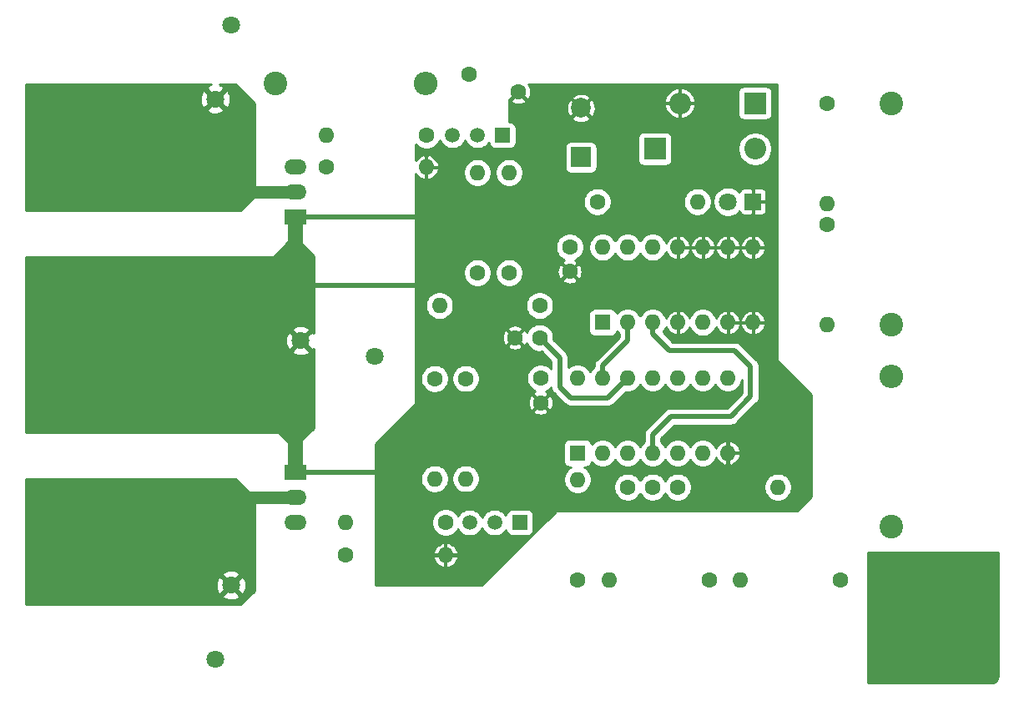
<source format=gtl>
%TF.GenerationSoftware,KiCad,Pcbnew,5.1.10-88a1d61d58~90~ubuntu20.04.1*%
%TF.CreationDate,2021-12-10T22:24:31-05:00*%
%TF.ProjectId,Load_Balancer_mk_4,4c6f6164-5f42-4616-9c61-6e6365725f6d,rev?*%
%TF.SameCoordinates,Original*%
%TF.FileFunction,Copper,L1,Top*%
%TF.FilePolarity,Positive*%
%FSLAX46Y46*%
G04 Gerber Fmt 4.6, Leading zero omitted, Abs format (unit mm)*
G04 Created by KiCad (PCBNEW 5.1.10-88a1d61d58~90~ubuntu20.04.1) date 2021-12-10 22:24:31*
%MOMM*%
%LPD*%
G01*
G04 APERTURE LIST*
%TA.AperFunction,EtchedComponent*%
%ADD10C,0.100000*%
%TD*%
%TA.AperFunction,ComponentPad*%
%ADD11O,1.600000X1.600000*%
%TD*%
%TA.AperFunction,ComponentPad*%
%ADD12R,1.600000X1.600000*%
%TD*%
%TA.AperFunction,ComponentPad*%
%ADD13C,1.600000*%
%TD*%
%TA.AperFunction,ComponentPad*%
%ADD14O,2.400000X2.400000*%
%TD*%
%TA.AperFunction,ComponentPad*%
%ADD15C,2.400000*%
%TD*%
%TA.AperFunction,ComponentPad*%
%ADD16O,2.250000X1.550000*%
%TD*%
%TA.AperFunction,ComponentPad*%
%ADD17R,2.250000X1.550000*%
%TD*%
%TA.AperFunction,SMDPad,CuDef*%
%ADD18C,0.500000*%
%TD*%
%TA.AperFunction,ComponentPad*%
%ADD19R,1.500000X1.500000*%
%TD*%
%TA.AperFunction,ComponentPad*%
%ADD20C,1.500000*%
%TD*%
%TA.AperFunction,ComponentPad*%
%ADD21C,1.800000*%
%TD*%
%TA.AperFunction,ComponentPad*%
%ADD22C,0.900000*%
%TD*%
%TA.AperFunction,ComponentPad*%
%ADD23C,10.600000*%
%TD*%
%TA.AperFunction,ComponentPad*%
%ADD24R,1.800000X1.800000*%
%TD*%
%TA.AperFunction,ComponentPad*%
%ADD25O,2.200000X2.200000*%
%TD*%
%TA.AperFunction,ComponentPad*%
%ADD26R,2.200000X2.200000*%
%TD*%
%TA.AperFunction,ComponentPad*%
%ADD27C,2.000000*%
%TD*%
%TA.AperFunction,ComponentPad*%
%ADD28R,2.000000X2.000000*%
%TD*%
%TA.AperFunction,ViaPad*%
%ADD29C,0.800000*%
%TD*%
%TA.AperFunction,Conductor*%
%ADD30C,0.500000*%
%TD*%
%TA.AperFunction,Conductor*%
%ADD31C,1.250000*%
%TD*%
%TA.AperFunction,Conductor*%
%ADD32C,1.500000*%
%TD*%
%TA.AperFunction,Conductor*%
%ADD33C,0.254000*%
%TD*%
%TA.AperFunction,Conductor*%
%ADD34C,0.100000*%
%TD*%
G04 APERTURE END LIST*
D10*
%TO.C,NT3*%
G36*
X77600000Y-83200000D02*
G01*
X76600000Y-83200000D01*
X76600000Y-82700000D01*
X77600000Y-82700000D01*
X77600000Y-83200000D01*
G37*
%TO.C,NT2*%
G36*
X76000000Y-57300000D02*
G01*
X75000000Y-57300000D01*
X75000000Y-56800000D01*
X76000000Y-56800000D01*
X76000000Y-57300000D01*
G37*
%TO.C,NT1*%
G36*
X74900000Y-63750000D02*
G01*
X75900000Y-63750000D01*
X75900000Y-64250000D01*
X74900000Y-64250000D01*
X74900000Y-63750000D01*
G37*
%TD*%
D11*
%TO.P,U1,14*%
%TO.N,+15V*%
X100650000Y-73380000D03*
%TO.P,U1,7*%
%TO.N,GND*%
X115890000Y-81000000D03*
%TO.P,U1,13*%
%TO.N,Net-(U1-Pad13)*%
X103190000Y-73380000D03*
%TO.P,U1,6*%
%TO.N,Net-(C5-Pad2)*%
X113350000Y-81000000D03*
%TO.P,U1,12*%
%TO.N,Net-(C6-Pad1)*%
X105730000Y-73380000D03*
%TO.P,U1,5*%
%TO.N,Net-(C5-Pad2)*%
X110810000Y-81000000D03*
%TO.P,U1,11*%
%TO.N,Net-(R10-Pad1)*%
X108270000Y-73380000D03*
%TO.P,U1,4*%
%TO.N,Net-(U1-Pad4)*%
X108270000Y-81000000D03*
%TO.P,U1,10*%
%TO.N,Net-(R11-Pad1)*%
X110810000Y-73380000D03*
%TO.P,U1,3*%
%TO.N,Net-(C5-Pad1)*%
X105730000Y-81000000D03*
%TO.P,U1,9*%
%TO.N,Net-(U1-Pad9)*%
X113350000Y-73380000D03*
%TO.P,U1,2*%
%TO.N,Net-(R7-Pad2)*%
X103190000Y-81000000D03*
%TO.P,U1,8*%
%TO.N,Net-(C6-Pad1)*%
X115890000Y-73380000D03*
D12*
%TO.P,U1,1*%
%TO.N,Net-(R7-Pad2)*%
X100650000Y-81000000D03*
%TD*%
D13*
%TO.P,TH1,2*%
%TO.N,GND*%
X94650000Y-44350000D03*
%TO.P,TH1,1*%
%TO.N,Net-(R18-Pad2)*%
X89650000Y-42550000D03*
%TD*%
D14*
%TO.P,R18,2*%
%TO.N,Net-(R18-Pad2)*%
X85240000Y-43550000D03*
D15*
%TO.P,R18,1*%
%TO.N,/LIVE_A*%
X70000000Y-43550000D03*
%TD*%
D16*
%TO.P,D5,3*%
%TO.N,Net-(D5-Pad3)*%
X72000000Y-88040000D03*
%TO.P,D5,2*%
%TO.N,/LIVE_B*%
X72000000Y-85500000D03*
D17*
%TO.P,D5,1*%
%TO.N,/LIVE_OUT*%
X72000000Y-82960000D03*
%TD*%
D16*
%TO.P,D4,3*%
%TO.N,Net-(D4-Pad3)*%
X72000000Y-51960000D03*
%TO.P,D4,2*%
%TO.N,/LIVE_A*%
X72000000Y-54500000D03*
D17*
%TO.P,D4,1*%
%TO.N,/LIVE_OUT*%
X72000000Y-57040000D03*
%TD*%
D18*
%TO.P,NT3,2*%
%TO.N,/LIVE_OUT*%
X76600000Y-82950000D03*
%TO.P,NT3,1*%
%TO.N,GND*%
X77600000Y-82950000D03*
%TD*%
%TO.P,NT2,2*%
%TO.N,/LIVE_OUT*%
X75000000Y-57050000D03*
%TO.P,NT2,1*%
%TO.N,GND*%
X76000000Y-57050000D03*
%TD*%
%TO.P,NT1,2*%
%TO.N,GND*%
X75900000Y-64000000D03*
%TO.P,NT1,1*%
%TO.N,/LIVE_OUT*%
X74900000Y-64000000D03*
%TD*%
D19*
%TO.P,Q2,1*%
%TO.N,+15V*%
X94780000Y-88050000D03*
D20*
%TO.P,Q2,3*%
%TO.N,Net-(Q2-Pad3)*%
X89700000Y-88050000D03*
%TO.P,Q2,2*%
%TO.N,Net-(Q2-Pad2)*%
X92240000Y-88050000D03*
%TD*%
D19*
%TO.P,Q1,1*%
%TO.N,+15V*%
X93040000Y-48750000D03*
D20*
%TO.P,Q1,3*%
%TO.N,Net-(Q1-Pad3)*%
X87960000Y-48750000D03*
%TO.P,Q1,2*%
%TO.N,Net-(Q1-Pad2)*%
X90500000Y-48750000D03*
%TD*%
D11*
%TO.P,U2,14*%
%TO.N,+15V*%
X103200000Y-60130000D03*
%TO.P,U2,7*%
%TO.N,GND*%
X118440000Y-67750000D03*
%TO.P,U2,13*%
%TO.N,Net-(U2-Pad13)*%
X105740000Y-60130000D03*
%TO.P,U2,6*%
%TO.N,GND*%
X115900000Y-67750000D03*
%TO.P,U2,12*%
%TO.N,Net-(U2-Pad12)*%
X108280000Y-60130000D03*
%TO.P,U2,5*%
%TO.N,Net-(U1-Pad13)*%
X113360000Y-67750000D03*
%TO.P,U2,11*%
%TO.N,GND*%
X110820000Y-60130000D03*
%TO.P,U2,4*%
X110820000Y-67750000D03*
%TO.P,U2,10*%
X113360000Y-60130000D03*
%TO.P,U2,3*%
%TO.N,Net-(U1-Pad4)*%
X108280000Y-67750000D03*
%TO.P,U2,9*%
%TO.N,GND*%
X115900000Y-60130000D03*
%TO.P,U2,2*%
%TO.N,Net-(U1-Pad13)*%
X105740000Y-67750000D03*
%TO.P,U2,8*%
%TO.N,GND*%
X118440000Y-60130000D03*
D12*
%TO.P,U2,1*%
%TO.N,Net-(U1-Pad9)*%
X103200000Y-67750000D03*
%TD*%
D21*
%TO.P,RV3,2*%
%TO.N,NEUT*%
X63866670Y-101900000D03*
%TO.P,RV3,1*%
%TO.N,/LIVE_B*%
X65500000Y-94400000D03*
%TD*%
%TO.P,RV2,2*%
%TO.N,NEUT*%
X65533330Y-37600000D03*
%TO.P,RV2,1*%
%TO.N,/LIVE_A*%
X63900000Y-45100000D03*
%TD*%
%TO.P,RV1,2*%
%TO.N,NEUT*%
X80050000Y-71233330D03*
%TO.P,RV1,1*%
%TO.N,/LIVE_OUT*%
X72550000Y-69600000D03*
%TD*%
D11*
%TO.P,R17,2*%
%TO.N,GND*%
X87260000Y-91350000D03*
D13*
%TO.P,R17,1*%
%TO.N,Net-(D5-Pad3)*%
X77100000Y-91350000D03*
%TD*%
D11*
%TO.P,R16,2*%
%TO.N,Net-(D5-Pad3)*%
X77100000Y-88050000D03*
D13*
%TO.P,R16,1*%
%TO.N,Net-(Q2-Pad3)*%
X87260000Y-88050000D03*
%TD*%
D11*
%TO.P,R15,2*%
%TO.N,GND*%
X85310000Y-52000000D03*
D13*
%TO.P,R15,1*%
%TO.N,Net-(D4-Pad3)*%
X75150000Y-52000000D03*
%TD*%
D11*
%TO.P,R14,2*%
%TO.N,Net-(D4-Pad3)*%
X75150000Y-48750000D03*
D13*
%TO.P,R14,1*%
%TO.N,Net-(Q1-Pad3)*%
X85310000Y-48750000D03*
%TD*%
D11*
%TO.P,R13,2*%
%TO.N,Net-(Q2-Pad2)*%
X86150000Y-83610000D03*
D13*
%TO.P,R13,1*%
%TO.N,+15V*%
X86150000Y-73450000D03*
%TD*%
D11*
%TO.P,R12,2*%
%TO.N,Net-(Q1-Pad2)*%
X90500000Y-52550000D03*
D13*
%TO.P,R12,1*%
%TO.N,+15V*%
X90500000Y-62710000D03*
%TD*%
D11*
%TO.P,R11,2*%
%TO.N,Net-(Q1-Pad2)*%
X93700000Y-52550000D03*
D13*
%TO.P,R11,1*%
%TO.N,Net-(R11-Pad1)*%
X93700000Y-62710000D03*
%TD*%
D11*
%TO.P,R10,2*%
%TO.N,Net-(Q2-Pad2)*%
X89300000Y-83600000D03*
D13*
%TO.P,R10,1*%
%TO.N,Net-(R10-Pad1)*%
X89300000Y-73440000D03*
%TD*%
D11*
%TO.P,R9,2*%
%TO.N,+15V*%
X86640000Y-66050000D03*
D13*
%TO.P,R9,1*%
%TO.N,Net-(C6-Pad1)*%
X96800000Y-66050000D03*
%TD*%
D11*
%TO.P,R8,2*%
%TO.N,+15V*%
X120960000Y-84450000D03*
D13*
%TO.P,R8,1*%
%TO.N,Net-(C5-Pad2)*%
X110800000Y-84450000D03*
%TD*%
D11*
%TO.P,R7,2*%
%TO.N,Net-(R7-Pad2)*%
X100650000Y-83690000D03*
D13*
%TO.P,R7,1*%
%TO.N,Net-(R5-Pad2)*%
X100650000Y-93850000D03*
%TD*%
D11*
%TO.P,R6,2*%
%TO.N,Net-(D3-Pad2)*%
X112810000Y-55500000D03*
D13*
%TO.P,R6,1*%
%TO.N,+15V*%
X102650000Y-55500000D03*
%TD*%
D11*
%TO.P,R5,2*%
%TO.N,Net-(R5-Pad2)*%
X103890000Y-93900000D03*
D13*
%TO.P,R5,1*%
%TO.N,Net-(R4-Pad2)*%
X114050000Y-93900000D03*
%TD*%
D11*
%TO.P,R4,2*%
%TO.N,Net-(R4-Pad2)*%
X117200000Y-93900000D03*
D13*
%TO.P,R4,1*%
%TO.N,NEUT*%
X127360000Y-93900000D03*
%TD*%
D14*
%TO.P,R3,2*%
%TO.N,Net-(C2-Pad1)*%
X132500000Y-73260000D03*
D15*
%TO.P,R3,1*%
%TO.N,NEUT*%
X132500000Y-88500000D03*
%TD*%
D11*
%TO.P,R2,2*%
%TO.N,Net-(R1-Pad1)*%
X126000000Y-55660000D03*
D13*
%TO.P,R2,1*%
%TO.N,Net-(C2-Pad2)*%
X126000000Y-45500000D03*
%TD*%
D11*
%TO.P,R1,2*%
%TO.N,Net-(C2-Pad1)*%
X126000000Y-68000000D03*
D13*
%TO.P,R1,1*%
%TO.N,Net-(R1-Pad1)*%
X126000000Y-57840000D03*
%TD*%
D22*
%TO.P,J4,1*%
%TO.N,/LIVE_B*%
X52810749Y-87189251D03*
X50000000Y-86025000D03*
X47189251Y-87189251D03*
X46025000Y-90000000D03*
X47189251Y-92810749D03*
X50000000Y-93975000D03*
X52810749Y-92810749D03*
X53975000Y-90000000D03*
D23*
X50000000Y-90000000D03*
%TD*%
D22*
%TO.P,J3,1*%
%TO.N,/LIVE_A*%
X52810749Y-47189251D03*
X50000000Y-46025000D03*
X47189251Y-47189251D03*
X46025000Y-50000000D03*
X47189251Y-52810749D03*
X50000000Y-53975000D03*
X52810749Y-52810749D03*
X53975000Y-50000000D03*
D23*
X50000000Y-50000000D03*
%TD*%
D22*
%TO.P,J2,1*%
%TO.N,/LIVE_OUT*%
X52810749Y-67189251D03*
X50000000Y-66025000D03*
X47189251Y-67189251D03*
X46025000Y-70000000D03*
X47189251Y-72810749D03*
X50000000Y-73975000D03*
X52810749Y-72810749D03*
X53975000Y-70000000D03*
D23*
X50000000Y-70000000D03*
%TD*%
D22*
%TO.P,J1,1*%
%TO.N,NEUT*%
X140310749Y-95689251D03*
X137500000Y-94525000D03*
X134689251Y-95689251D03*
X133525000Y-98500000D03*
X134689251Y-101310749D03*
X137500000Y-102475000D03*
X140310749Y-101310749D03*
X141475000Y-98500000D03*
D23*
X137500000Y-98500000D03*
%TD*%
D21*
%TO.P,D3,2*%
%TO.N,Net-(D3-Pad2)*%
X115900000Y-55500000D03*
D24*
%TO.P,D3,1*%
%TO.N,GND*%
X118440000Y-55500000D03*
%TD*%
D25*
%TO.P,D2,2*%
%TO.N,Net-(C2-Pad2)*%
X118650000Y-50150000D03*
D26*
%TO.P,D2,1*%
%TO.N,+15V*%
X108490000Y-50150000D03*
%TD*%
D25*
%TO.P,D1,2*%
%TO.N,GND*%
X111030000Y-45500000D03*
D26*
%TO.P,D1,1*%
%TO.N,Net-(C2-Pad2)*%
X118650000Y-45500000D03*
%TD*%
D13*
%TO.P,C6,2*%
%TO.N,GND*%
X94300000Y-69300000D03*
%TO.P,C6,1*%
%TO.N,Net-(C6-Pad1)*%
X96800000Y-69300000D03*
%TD*%
%TO.P,C5,2*%
%TO.N,Net-(C5-Pad2)*%
X108250000Y-84450000D03*
%TO.P,C5,1*%
%TO.N,Net-(C5-Pad1)*%
X105750000Y-84450000D03*
%TD*%
%TO.P,C4,2*%
%TO.N,GND*%
X99850000Y-62600000D03*
%TO.P,C4,1*%
%TO.N,+15V*%
X99850000Y-60100000D03*
%TD*%
D27*
%TO.P,C3,2*%
%TO.N,GND*%
X101000000Y-46000000D03*
D28*
%TO.P,C3,1*%
%TO.N,+15V*%
X101000000Y-51000000D03*
%TD*%
D15*
%TO.P,C2,2*%
%TO.N,Net-(C2-Pad2)*%
X132500000Y-45500000D03*
%TO.P,C2,1*%
%TO.N,Net-(C2-Pad1)*%
X132500000Y-68000000D03*
%TD*%
D13*
%TO.P,C1,2*%
%TO.N,GND*%
X96900000Y-75900000D03*
%TO.P,C1,1*%
%TO.N,+15V*%
X96900000Y-73400000D03*
%TD*%
D29*
%TO.N,GND*%
X84650000Y-57050000D03*
X84600000Y-64000000D03*
X80800000Y-82950000D03*
%TD*%
D30*
%TO.N,GND*%
X76000000Y-57050000D02*
X84650000Y-57050000D01*
X84650000Y-57050000D02*
X84650000Y-57050000D01*
X77600000Y-82950000D02*
X80800000Y-82950000D01*
X75900000Y-64000000D02*
X84600000Y-64000000D01*
X84700000Y-65500000D02*
X84700000Y-65500000D01*
X80800000Y-82950000D02*
X80800000Y-82950000D01*
%TO.N,Net-(C6-Pad1)*%
X103710000Y-75400000D02*
X105730000Y-73380000D01*
X99950000Y-75400000D02*
X103710000Y-75400000D01*
X98850000Y-74300000D02*
X99950000Y-75400000D01*
X98850000Y-71350000D02*
X98850000Y-74300000D01*
X96800000Y-69300000D02*
X98850000Y-71350000D01*
D31*
%TO.N,/LIVE_A*%
X72000000Y-54500000D02*
X67500000Y-54500000D01*
D30*
%TO.N,Net-(D4-Pad3)*%
X75110000Y-51960000D02*
X75150000Y-52000000D01*
D31*
%TO.N,/LIVE_B*%
X72000000Y-85500000D02*
X67000000Y-85500000D01*
D30*
%TO.N,Net-(U1-Pad13)*%
X103190000Y-73380000D02*
X103190000Y-72160000D01*
X105740000Y-69610000D02*
X105740000Y-67750000D01*
X103190000Y-72160000D02*
X105740000Y-69610000D01*
%TO.N,Net-(U1-Pad4)*%
X108280000Y-67750000D02*
X108280000Y-68930000D01*
X108280000Y-68930000D02*
X109950000Y-70600000D01*
X109950000Y-70600000D02*
X116600000Y-70600000D01*
X116600000Y-70600000D02*
X118200000Y-72200000D01*
X118200000Y-72200000D02*
X118200000Y-75300000D01*
X118200000Y-75300000D02*
X116200000Y-77300000D01*
X116200000Y-77300000D02*
X110100000Y-77300000D01*
X108270000Y-79130000D02*
X108270000Y-81000000D01*
X110100000Y-77300000D02*
X108270000Y-79130000D01*
D32*
%TO.N,/LIVE_OUT*%
X72000000Y-57040000D02*
X72000000Y-61000000D01*
X72000000Y-82960000D02*
X72000000Y-79000000D01*
D30*
X72010000Y-57050000D02*
X72000000Y-57040000D01*
X75000000Y-57050000D02*
X72010000Y-57050000D01*
X72010000Y-82950000D02*
X72000000Y-82960000D01*
X76600000Y-82950000D02*
X72010000Y-82950000D01*
X74900000Y-64000000D02*
X73300000Y-64000000D01*
%TD*%
D33*
%TO.N,/LIVE_A*%
X63248801Y-43701778D02*
X63099208Y-43781739D01*
X63015525Y-44035920D01*
X63900000Y-44920395D01*
X64784475Y-44035920D01*
X64700792Y-43781739D01*
X64428225Y-43650842D01*
X64335381Y-43627000D01*
X65947394Y-43627000D01*
X67873000Y-45552606D01*
X67873000Y-54947394D01*
X66447394Y-56373000D01*
X44660000Y-56373000D01*
X44660000Y-46164080D01*
X63015525Y-46164080D01*
X63099208Y-46418261D01*
X63371775Y-46549158D01*
X63664642Y-46624365D01*
X63966553Y-46640991D01*
X64265907Y-46598397D01*
X64551199Y-46498222D01*
X64700792Y-46418261D01*
X64784475Y-46164080D01*
X63900000Y-45279605D01*
X63015525Y-46164080D01*
X44660000Y-46164080D01*
X44660000Y-45166553D01*
X62359009Y-45166553D01*
X62401603Y-45465907D01*
X62501778Y-45751199D01*
X62581739Y-45900792D01*
X62835920Y-45984475D01*
X63720395Y-45100000D01*
X64079605Y-45100000D01*
X64964080Y-45984475D01*
X65218261Y-45900792D01*
X65349158Y-45628225D01*
X65424365Y-45335358D01*
X65440991Y-45033447D01*
X65398397Y-44734093D01*
X65298222Y-44448801D01*
X65218261Y-44299208D01*
X64964080Y-44215525D01*
X64079605Y-45100000D01*
X63720395Y-45100000D01*
X62835920Y-44215525D01*
X62581739Y-44299208D01*
X62450842Y-44571775D01*
X62375635Y-44864642D01*
X62359009Y-45166553D01*
X44660000Y-45166553D01*
X44660000Y-43627000D01*
X63461764Y-43627000D01*
X63248801Y-43701778D01*
%TA.AperFunction,Conductor*%
D34*
G36*
X63248801Y-43701778D02*
G01*
X63099208Y-43781739D01*
X63015525Y-44035920D01*
X63900000Y-44920395D01*
X64784475Y-44035920D01*
X64700792Y-43781739D01*
X64428225Y-43650842D01*
X64335381Y-43627000D01*
X65947394Y-43627000D01*
X67873000Y-45552606D01*
X67873000Y-54947394D01*
X66447394Y-56373000D01*
X44660000Y-56373000D01*
X44660000Y-46164080D01*
X63015525Y-46164080D01*
X63099208Y-46418261D01*
X63371775Y-46549158D01*
X63664642Y-46624365D01*
X63966553Y-46640991D01*
X64265907Y-46598397D01*
X64551199Y-46498222D01*
X64700792Y-46418261D01*
X64784475Y-46164080D01*
X63900000Y-45279605D01*
X63015525Y-46164080D01*
X44660000Y-46164080D01*
X44660000Y-45166553D01*
X62359009Y-45166553D01*
X62401603Y-45465907D01*
X62501778Y-45751199D01*
X62581739Y-45900792D01*
X62835920Y-45984475D01*
X63720395Y-45100000D01*
X64079605Y-45100000D01*
X64964080Y-45984475D01*
X65218261Y-45900792D01*
X65349158Y-45628225D01*
X65424365Y-45335358D01*
X65440991Y-45033447D01*
X65398397Y-44734093D01*
X65298222Y-44448801D01*
X65218261Y-44299208D01*
X64964080Y-44215525D01*
X64079605Y-45100000D01*
X63720395Y-45100000D01*
X62835920Y-44215525D01*
X62581739Y-44299208D01*
X62450842Y-44571775D01*
X62375635Y-44864642D01*
X62359009Y-45166553D01*
X44660000Y-45166553D01*
X44660000Y-43627000D01*
X63461764Y-43627000D01*
X63248801Y-43701778D01*
G37*
%TD.AperFunction*%
%TD*%
D33*
%TO.N,/LIVE_B*%
X67873000Y-85552606D02*
X67873000Y-94947394D01*
X66447394Y-96373000D01*
X44660000Y-96373000D01*
X44660000Y-95464080D01*
X64615525Y-95464080D01*
X64699208Y-95718261D01*
X64971775Y-95849158D01*
X65264642Y-95924365D01*
X65566553Y-95940991D01*
X65865907Y-95898397D01*
X66151199Y-95798222D01*
X66300792Y-95718261D01*
X66384475Y-95464080D01*
X65500000Y-94579605D01*
X64615525Y-95464080D01*
X44660000Y-95464080D01*
X44660000Y-94466553D01*
X63959009Y-94466553D01*
X64001603Y-94765907D01*
X64101778Y-95051199D01*
X64181739Y-95200792D01*
X64435920Y-95284475D01*
X65320395Y-94400000D01*
X65679605Y-94400000D01*
X66564080Y-95284475D01*
X66818261Y-95200792D01*
X66949158Y-94928225D01*
X67024365Y-94635358D01*
X67040991Y-94333447D01*
X66998397Y-94034093D01*
X66898222Y-93748801D01*
X66818261Y-93599208D01*
X66564080Y-93515525D01*
X65679605Y-94400000D01*
X65320395Y-94400000D01*
X64435920Y-93515525D01*
X64181739Y-93599208D01*
X64050842Y-93871775D01*
X63975635Y-94164642D01*
X63959009Y-94466553D01*
X44660000Y-94466553D01*
X44660000Y-93335920D01*
X64615525Y-93335920D01*
X65500000Y-94220395D01*
X66384475Y-93335920D01*
X66300792Y-93081739D01*
X66028225Y-92950842D01*
X65735358Y-92875635D01*
X65433447Y-92859009D01*
X65134093Y-92901603D01*
X64848801Y-93001778D01*
X64699208Y-93081739D01*
X64615525Y-93335920D01*
X44660000Y-93335920D01*
X44660000Y-83627000D01*
X65947394Y-83627000D01*
X67873000Y-85552606D01*
%TA.AperFunction,Conductor*%
D34*
G36*
X67873000Y-85552606D02*
G01*
X67873000Y-94947394D01*
X66447394Y-96373000D01*
X44660000Y-96373000D01*
X44660000Y-95464080D01*
X64615525Y-95464080D01*
X64699208Y-95718261D01*
X64971775Y-95849158D01*
X65264642Y-95924365D01*
X65566553Y-95940991D01*
X65865907Y-95898397D01*
X66151199Y-95798222D01*
X66300792Y-95718261D01*
X66384475Y-95464080D01*
X65500000Y-94579605D01*
X64615525Y-95464080D01*
X44660000Y-95464080D01*
X44660000Y-94466553D01*
X63959009Y-94466553D01*
X64001603Y-94765907D01*
X64101778Y-95051199D01*
X64181739Y-95200792D01*
X64435920Y-95284475D01*
X65320395Y-94400000D01*
X65679605Y-94400000D01*
X66564080Y-95284475D01*
X66818261Y-95200792D01*
X66949158Y-94928225D01*
X67024365Y-94635358D01*
X67040991Y-94333447D01*
X66998397Y-94034093D01*
X66898222Y-93748801D01*
X66818261Y-93599208D01*
X66564080Y-93515525D01*
X65679605Y-94400000D01*
X65320395Y-94400000D01*
X64435920Y-93515525D01*
X64181739Y-93599208D01*
X64050842Y-93871775D01*
X63975635Y-94164642D01*
X63959009Y-94466553D01*
X44660000Y-94466553D01*
X44660000Y-93335920D01*
X64615525Y-93335920D01*
X65500000Y-94220395D01*
X66384475Y-93335920D01*
X66300792Y-93081739D01*
X66028225Y-92950842D01*
X65735358Y-92875635D01*
X65433447Y-92859009D01*
X65134093Y-92901603D01*
X64848801Y-93001778D01*
X64699208Y-93081739D01*
X64615525Y-93335920D01*
X44660000Y-93335920D01*
X44660000Y-83627000D01*
X65947394Y-83627000D01*
X67873000Y-85552606D01*
G37*
%TD.AperFunction*%
%TD*%
D33*
%TO.N,/LIVE_OUT*%
X73873000Y-61052606D02*
X73873000Y-68808074D01*
X73868261Y-68799208D01*
X73614080Y-68715525D01*
X72729605Y-69600000D01*
X73614080Y-70484475D01*
X73868261Y-70400792D01*
X73873000Y-70390924D01*
X73873000Y-78447394D01*
X71947394Y-80373000D01*
X71802606Y-80373000D01*
X70339803Y-78910197D01*
X70320557Y-78894403D01*
X70298601Y-78882667D01*
X70274776Y-78875440D01*
X70250000Y-78873000D01*
X44660000Y-78873000D01*
X44660000Y-70664080D01*
X71665525Y-70664080D01*
X71749208Y-70918261D01*
X72021775Y-71049158D01*
X72314642Y-71124365D01*
X72616553Y-71140991D01*
X72915907Y-71098397D01*
X73201199Y-70998222D01*
X73350792Y-70918261D01*
X73434475Y-70664080D01*
X72550000Y-69779605D01*
X71665525Y-70664080D01*
X44660000Y-70664080D01*
X44660000Y-69666553D01*
X71009009Y-69666553D01*
X71051603Y-69965907D01*
X71151778Y-70251199D01*
X71231739Y-70400792D01*
X71485920Y-70484475D01*
X72370395Y-69600000D01*
X71485920Y-68715525D01*
X71231739Y-68799208D01*
X71100842Y-69071775D01*
X71025635Y-69364642D01*
X71009009Y-69666553D01*
X44660000Y-69666553D01*
X44660000Y-68535920D01*
X71665525Y-68535920D01*
X72550000Y-69420395D01*
X73434475Y-68535920D01*
X73350792Y-68281739D01*
X73078225Y-68150842D01*
X72785358Y-68075635D01*
X72483447Y-68059009D01*
X72184093Y-68101603D01*
X71898801Y-68201778D01*
X71749208Y-68281739D01*
X71665525Y-68535920D01*
X44660000Y-68535920D01*
X44660000Y-61127000D01*
X69750000Y-61127000D01*
X69774776Y-61124560D01*
X69798601Y-61117333D01*
X69820557Y-61105597D01*
X69839803Y-61089803D01*
X71302606Y-59627000D01*
X72447394Y-59627000D01*
X73873000Y-61052606D01*
%TA.AperFunction,Conductor*%
D34*
G36*
X73873000Y-61052606D02*
G01*
X73873000Y-68808074D01*
X73868261Y-68799208D01*
X73614080Y-68715525D01*
X72729605Y-69600000D01*
X73614080Y-70484475D01*
X73868261Y-70400792D01*
X73873000Y-70390924D01*
X73873000Y-78447394D01*
X71947394Y-80373000D01*
X71802606Y-80373000D01*
X70339803Y-78910197D01*
X70320557Y-78894403D01*
X70298601Y-78882667D01*
X70274776Y-78875440D01*
X70250000Y-78873000D01*
X44660000Y-78873000D01*
X44660000Y-70664080D01*
X71665525Y-70664080D01*
X71749208Y-70918261D01*
X72021775Y-71049158D01*
X72314642Y-71124365D01*
X72616553Y-71140991D01*
X72915907Y-71098397D01*
X73201199Y-70998222D01*
X73350792Y-70918261D01*
X73434475Y-70664080D01*
X72550000Y-69779605D01*
X71665525Y-70664080D01*
X44660000Y-70664080D01*
X44660000Y-69666553D01*
X71009009Y-69666553D01*
X71051603Y-69965907D01*
X71151778Y-70251199D01*
X71231739Y-70400792D01*
X71485920Y-70484475D01*
X72370395Y-69600000D01*
X71485920Y-68715525D01*
X71231739Y-68799208D01*
X71100842Y-69071775D01*
X71025635Y-69364642D01*
X71009009Y-69666553D01*
X44660000Y-69666553D01*
X44660000Y-68535920D01*
X71665525Y-68535920D01*
X72550000Y-69420395D01*
X73434475Y-68535920D01*
X73350792Y-68281739D01*
X73078225Y-68150842D01*
X72785358Y-68075635D01*
X72483447Y-68059009D01*
X72184093Y-68101603D01*
X71898801Y-68201778D01*
X71749208Y-68281739D01*
X71665525Y-68535920D01*
X44660000Y-68535920D01*
X44660000Y-61127000D01*
X69750000Y-61127000D01*
X69774776Y-61124560D01*
X69798601Y-61117333D01*
X69820557Y-61105597D01*
X69839803Y-61089803D01*
X71302606Y-59627000D01*
X72447394Y-59627000D01*
X73873000Y-61052606D01*
G37*
%TD.AperFunction*%
%TD*%
D33*
%TO.N,NEUT*%
X143340001Y-103467712D02*
X143320898Y-103662540D01*
X143273692Y-103818895D01*
X143197018Y-103963096D01*
X143093792Y-104089664D01*
X142967951Y-104193768D01*
X142824289Y-104271447D01*
X142668271Y-104319742D01*
X142475527Y-104340000D01*
X130127000Y-104340000D01*
X130127000Y-91127000D01*
X143340001Y-91127000D01*
X143340001Y-103467712D01*
%TA.AperFunction,Conductor*%
D34*
G36*
X143340001Y-103467712D02*
G01*
X143320898Y-103662540D01*
X143273692Y-103818895D01*
X143197018Y-103963096D01*
X143093792Y-104089664D01*
X142967951Y-104193768D01*
X142824289Y-104271447D01*
X142668271Y-104319742D01*
X142475527Y-104340000D01*
X130127000Y-104340000D01*
X130127000Y-91127000D01*
X143340001Y-91127000D01*
X143340001Y-103467712D01*
G37*
%TD.AperFunction*%
%TD*%
D33*
%TO.N,GND*%
X120873000Y-71500000D02*
X120875440Y-71524776D01*
X120882667Y-71548601D01*
X120894403Y-71570557D01*
X120910197Y-71589803D01*
X124373000Y-75052606D01*
X124373000Y-85447394D01*
X122947394Y-86873000D01*
X98500000Y-86873000D01*
X98475224Y-86875440D01*
X98451399Y-86882667D01*
X98429443Y-86894403D01*
X98410197Y-86910197D01*
X90947394Y-94373000D01*
X80127000Y-94373000D01*
X80127000Y-91597035D01*
X86007122Y-91597035D01*
X86007954Y-91601225D01*
X86081023Y-91840660D01*
X86199400Y-92061239D01*
X86358535Y-92254486D01*
X86552313Y-92412974D01*
X86773287Y-92530612D01*
X87012965Y-92602880D01*
X87212000Y-92506850D01*
X87212000Y-91398000D01*
X87308000Y-91398000D01*
X87308000Y-92506850D01*
X87507035Y-92602880D01*
X87746713Y-92530612D01*
X87967687Y-92412974D01*
X88161465Y-92254486D01*
X88320600Y-92061239D01*
X88438977Y-91840660D01*
X88512046Y-91601225D01*
X88512878Y-91597035D01*
X88416755Y-91398000D01*
X87308000Y-91398000D01*
X87212000Y-91398000D01*
X86103245Y-91398000D01*
X86007122Y-91597035D01*
X80127000Y-91597035D01*
X80127000Y-91102965D01*
X86007122Y-91102965D01*
X86103245Y-91302000D01*
X87212000Y-91302000D01*
X87212000Y-90193150D01*
X87308000Y-90193150D01*
X87308000Y-91302000D01*
X88416755Y-91302000D01*
X88512878Y-91102965D01*
X88512046Y-91098775D01*
X88438977Y-90859340D01*
X88320600Y-90638761D01*
X88161465Y-90445514D01*
X87967687Y-90287026D01*
X87746713Y-90169388D01*
X87507035Y-90097120D01*
X87308000Y-90193150D01*
X87212000Y-90193150D01*
X87012965Y-90097120D01*
X86773287Y-90169388D01*
X86552313Y-90287026D01*
X86358535Y-90445514D01*
X86199400Y-90638761D01*
X86081023Y-90859340D01*
X86007954Y-91098775D01*
X86007122Y-91102965D01*
X80127000Y-91102965D01*
X80127000Y-87908665D01*
X85825000Y-87908665D01*
X85825000Y-88191335D01*
X85880147Y-88468574D01*
X85988320Y-88729727D01*
X86145363Y-88964759D01*
X86345241Y-89164637D01*
X86580273Y-89321680D01*
X86841426Y-89429853D01*
X87118665Y-89485000D01*
X87401335Y-89485000D01*
X87678574Y-89429853D01*
X87939727Y-89321680D01*
X88174759Y-89164637D01*
X88374637Y-88964759D01*
X88510067Y-88762073D01*
X88624201Y-88932886D01*
X88817114Y-89125799D01*
X89043957Y-89277371D01*
X89296011Y-89381775D01*
X89563589Y-89435000D01*
X89836411Y-89435000D01*
X90103989Y-89381775D01*
X90356043Y-89277371D01*
X90582886Y-89125799D01*
X90775799Y-88932886D01*
X90927371Y-88706043D01*
X90970000Y-88603127D01*
X91012629Y-88706043D01*
X91164201Y-88932886D01*
X91357114Y-89125799D01*
X91583957Y-89277371D01*
X91836011Y-89381775D01*
X92103589Y-89435000D01*
X92376411Y-89435000D01*
X92643989Y-89381775D01*
X92896043Y-89277371D01*
X93122886Y-89125799D01*
X93315799Y-88932886D01*
X93393555Y-88816517D01*
X93404188Y-88924482D01*
X93440498Y-89044180D01*
X93499463Y-89154494D01*
X93578815Y-89251185D01*
X93675506Y-89330537D01*
X93785820Y-89389502D01*
X93905518Y-89425812D01*
X94030000Y-89438072D01*
X95530000Y-89438072D01*
X95654482Y-89425812D01*
X95774180Y-89389502D01*
X95884494Y-89330537D01*
X95981185Y-89251185D01*
X96060537Y-89154494D01*
X96119502Y-89044180D01*
X96155812Y-88924482D01*
X96168072Y-88800000D01*
X96168072Y-87300000D01*
X96155812Y-87175518D01*
X96119502Y-87055820D01*
X96060537Y-86945506D01*
X95981185Y-86848815D01*
X95884494Y-86769463D01*
X95774180Y-86710498D01*
X95654482Y-86674188D01*
X95530000Y-86661928D01*
X94030000Y-86661928D01*
X93905518Y-86674188D01*
X93785820Y-86710498D01*
X93675506Y-86769463D01*
X93578815Y-86848815D01*
X93499463Y-86945506D01*
X93440498Y-87055820D01*
X93404188Y-87175518D01*
X93393555Y-87283483D01*
X93315799Y-87167114D01*
X93122886Y-86974201D01*
X92896043Y-86822629D01*
X92643989Y-86718225D01*
X92376411Y-86665000D01*
X92103589Y-86665000D01*
X91836011Y-86718225D01*
X91583957Y-86822629D01*
X91357114Y-86974201D01*
X91164201Y-87167114D01*
X91012629Y-87393957D01*
X90970000Y-87496873D01*
X90927371Y-87393957D01*
X90775799Y-87167114D01*
X90582886Y-86974201D01*
X90356043Y-86822629D01*
X90103989Y-86718225D01*
X89836411Y-86665000D01*
X89563589Y-86665000D01*
X89296011Y-86718225D01*
X89043957Y-86822629D01*
X88817114Y-86974201D01*
X88624201Y-87167114D01*
X88510067Y-87337927D01*
X88374637Y-87135241D01*
X88174759Y-86935363D01*
X87939727Y-86778320D01*
X87678574Y-86670147D01*
X87401335Y-86615000D01*
X87118665Y-86615000D01*
X86841426Y-86670147D01*
X86580273Y-86778320D01*
X86345241Y-86935363D01*
X86145363Y-87135241D01*
X85988320Y-87370273D01*
X85880147Y-87631426D01*
X85825000Y-87908665D01*
X80127000Y-87908665D01*
X80127000Y-83468665D01*
X84715000Y-83468665D01*
X84715000Y-83751335D01*
X84770147Y-84028574D01*
X84878320Y-84289727D01*
X85035363Y-84524759D01*
X85235241Y-84724637D01*
X85470273Y-84881680D01*
X85731426Y-84989853D01*
X86008665Y-85045000D01*
X86291335Y-85045000D01*
X86568574Y-84989853D01*
X86829727Y-84881680D01*
X87064759Y-84724637D01*
X87264637Y-84524759D01*
X87421680Y-84289727D01*
X87529853Y-84028574D01*
X87585000Y-83751335D01*
X87585000Y-83468665D01*
X87583011Y-83458665D01*
X87865000Y-83458665D01*
X87865000Y-83741335D01*
X87920147Y-84018574D01*
X88028320Y-84279727D01*
X88185363Y-84514759D01*
X88385241Y-84714637D01*
X88620273Y-84871680D01*
X88881426Y-84979853D01*
X89158665Y-85035000D01*
X89441335Y-85035000D01*
X89718574Y-84979853D01*
X89979727Y-84871680D01*
X90214759Y-84714637D01*
X90414637Y-84514759D01*
X90571680Y-84279727D01*
X90679853Y-84018574D01*
X90735000Y-83741335D01*
X90735000Y-83458665D01*
X90679853Y-83181426D01*
X90571680Y-82920273D01*
X90414637Y-82685241D01*
X90214759Y-82485363D01*
X89979727Y-82328320D01*
X89718574Y-82220147D01*
X89441335Y-82165000D01*
X89158665Y-82165000D01*
X88881426Y-82220147D01*
X88620273Y-82328320D01*
X88385241Y-82485363D01*
X88185363Y-82685241D01*
X88028320Y-82920273D01*
X87920147Y-83181426D01*
X87865000Y-83458665D01*
X87583011Y-83458665D01*
X87529853Y-83191426D01*
X87421680Y-82930273D01*
X87264637Y-82695241D01*
X87064759Y-82495363D01*
X86829727Y-82338320D01*
X86568574Y-82230147D01*
X86291335Y-82175000D01*
X86008665Y-82175000D01*
X85731426Y-82230147D01*
X85470273Y-82338320D01*
X85235241Y-82495363D01*
X85035363Y-82695241D01*
X84878320Y-82930273D01*
X84770147Y-83191426D01*
X84715000Y-83468665D01*
X80127000Y-83468665D01*
X80127000Y-80052606D01*
X83423343Y-76756263D01*
X96111619Y-76756263D01*
X96185127Y-76965601D01*
X96406752Y-77084591D01*
X96647332Y-77158057D01*
X96897621Y-77183177D01*
X97148002Y-77158985D01*
X97388853Y-77086411D01*
X97610917Y-76968244D01*
X97614873Y-76965601D01*
X97688381Y-76756263D01*
X96900000Y-75967882D01*
X96111619Y-76756263D01*
X83423343Y-76756263D01*
X84189803Y-75989803D01*
X84205597Y-75970557D01*
X84217333Y-75948601D01*
X84224560Y-75924776D01*
X84227000Y-75900000D01*
X84227000Y-75897621D01*
X95616823Y-75897621D01*
X95641015Y-76148002D01*
X95713589Y-76388853D01*
X95831756Y-76610917D01*
X95834399Y-76614873D01*
X96043737Y-76688381D01*
X96832118Y-75900000D01*
X96967882Y-75900000D01*
X97756263Y-76688381D01*
X97965601Y-76614873D01*
X98084591Y-76393248D01*
X98158057Y-76152668D01*
X98183177Y-75902379D01*
X98158985Y-75651998D01*
X98086411Y-75411147D01*
X97968244Y-75189083D01*
X97965601Y-75185127D01*
X97756263Y-75111619D01*
X96967882Y-75900000D01*
X96832118Y-75900000D01*
X96043737Y-75111619D01*
X95834399Y-75185127D01*
X95715409Y-75406752D01*
X95641943Y-75647332D01*
X95616823Y-75897621D01*
X84227000Y-75897621D01*
X84227000Y-73308665D01*
X84715000Y-73308665D01*
X84715000Y-73591335D01*
X84770147Y-73868574D01*
X84878320Y-74129727D01*
X85035363Y-74364759D01*
X85235241Y-74564637D01*
X85470273Y-74721680D01*
X85731426Y-74829853D01*
X86008665Y-74885000D01*
X86291335Y-74885000D01*
X86568574Y-74829853D01*
X86829727Y-74721680D01*
X87064759Y-74564637D01*
X87264637Y-74364759D01*
X87421680Y-74129727D01*
X87529853Y-73868574D01*
X87585000Y-73591335D01*
X87585000Y-73308665D01*
X87583011Y-73298665D01*
X87865000Y-73298665D01*
X87865000Y-73581335D01*
X87920147Y-73858574D01*
X88028320Y-74119727D01*
X88185363Y-74354759D01*
X88385241Y-74554637D01*
X88620273Y-74711680D01*
X88881426Y-74819853D01*
X89158665Y-74875000D01*
X89441335Y-74875000D01*
X89718574Y-74819853D01*
X89979727Y-74711680D01*
X90214759Y-74554637D01*
X90414637Y-74354759D01*
X90571680Y-74119727D01*
X90679853Y-73858574D01*
X90735000Y-73581335D01*
X90735000Y-73298665D01*
X90679853Y-73021426D01*
X90571680Y-72760273D01*
X90414637Y-72525241D01*
X90214759Y-72325363D01*
X89979727Y-72168320D01*
X89718574Y-72060147D01*
X89441335Y-72005000D01*
X89158665Y-72005000D01*
X88881426Y-72060147D01*
X88620273Y-72168320D01*
X88385241Y-72325363D01*
X88185363Y-72525241D01*
X88028320Y-72760273D01*
X87920147Y-73021426D01*
X87865000Y-73298665D01*
X87583011Y-73298665D01*
X87529853Y-73031426D01*
X87421680Y-72770273D01*
X87264637Y-72535241D01*
X87064759Y-72335363D01*
X86829727Y-72178320D01*
X86568574Y-72070147D01*
X86291335Y-72015000D01*
X86008665Y-72015000D01*
X85731426Y-72070147D01*
X85470273Y-72178320D01*
X85235241Y-72335363D01*
X85035363Y-72535241D01*
X84878320Y-72770273D01*
X84770147Y-73031426D01*
X84715000Y-73308665D01*
X84227000Y-73308665D01*
X84227000Y-70156263D01*
X93511619Y-70156263D01*
X93585127Y-70365601D01*
X93806752Y-70484591D01*
X94047332Y-70558057D01*
X94297621Y-70583177D01*
X94548002Y-70558985D01*
X94788853Y-70486411D01*
X95010917Y-70368244D01*
X95014873Y-70365601D01*
X95088381Y-70156263D01*
X94300000Y-69367882D01*
X93511619Y-70156263D01*
X84227000Y-70156263D01*
X84227000Y-69297621D01*
X93016823Y-69297621D01*
X93041015Y-69548002D01*
X93113589Y-69788853D01*
X93231756Y-70010917D01*
X93234399Y-70014873D01*
X93443737Y-70088381D01*
X94232118Y-69300000D01*
X94367882Y-69300000D01*
X95156263Y-70088381D01*
X95365601Y-70014873D01*
X95465673Y-69828484D01*
X95528320Y-69979727D01*
X95685363Y-70214759D01*
X95885241Y-70414637D01*
X96120273Y-70571680D01*
X96381426Y-70679853D01*
X96658665Y-70735000D01*
X96941335Y-70735000D01*
X96976439Y-70728017D01*
X97965000Y-71716579D01*
X97965000Y-72435604D01*
X97814759Y-72285363D01*
X97579727Y-72128320D01*
X97318574Y-72020147D01*
X97041335Y-71965000D01*
X96758665Y-71965000D01*
X96481426Y-72020147D01*
X96220273Y-72128320D01*
X95985241Y-72285363D01*
X95785363Y-72485241D01*
X95628320Y-72720273D01*
X95520147Y-72981426D01*
X95465000Y-73258665D01*
X95465000Y-73541335D01*
X95520147Y-73818574D01*
X95628320Y-74079727D01*
X95785363Y-74314759D01*
X95985241Y-74514637D01*
X96220273Y-74671680D01*
X96371887Y-74734480D01*
X96189083Y-74831756D01*
X96185127Y-74834399D01*
X96111619Y-75043737D01*
X96900000Y-75832118D01*
X97688381Y-75043737D01*
X97614873Y-74834399D01*
X97428484Y-74734327D01*
X97579727Y-74671680D01*
X97814759Y-74514637D01*
X97966876Y-74362520D01*
X97977805Y-74473490D01*
X98028412Y-74640313D01*
X98110590Y-74794059D01*
X98193468Y-74895046D01*
X98193471Y-74895049D01*
X98221184Y-74928817D01*
X98254951Y-74956529D01*
X99293470Y-75995049D01*
X99321183Y-76028817D01*
X99354951Y-76056530D01*
X99354953Y-76056532D01*
X99434225Y-76121589D01*
X99455941Y-76139411D01*
X99609687Y-76221589D01*
X99725903Y-76256843D01*
X99776509Y-76272195D01*
X99791306Y-76273652D01*
X99906523Y-76285000D01*
X99906531Y-76285000D01*
X99950000Y-76289281D01*
X99993469Y-76285000D01*
X103666531Y-76285000D01*
X103710000Y-76289281D01*
X103753469Y-76285000D01*
X103753477Y-76285000D01*
X103883490Y-76272195D01*
X104050313Y-76221589D01*
X104204059Y-76139411D01*
X104338817Y-76028817D01*
X104366534Y-75995044D01*
X105553561Y-74808017D01*
X105588665Y-74815000D01*
X105871335Y-74815000D01*
X106148574Y-74759853D01*
X106409727Y-74651680D01*
X106644759Y-74494637D01*
X106844637Y-74294759D01*
X107000000Y-74062241D01*
X107155363Y-74294759D01*
X107355241Y-74494637D01*
X107590273Y-74651680D01*
X107851426Y-74759853D01*
X108128665Y-74815000D01*
X108411335Y-74815000D01*
X108688574Y-74759853D01*
X108949727Y-74651680D01*
X109184759Y-74494637D01*
X109384637Y-74294759D01*
X109540000Y-74062241D01*
X109695363Y-74294759D01*
X109895241Y-74494637D01*
X110130273Y-74651680D01*
X110391426Y-74759853D01*
X110668665Y-74815000D01*
X110951335Y-74815000D01*
X111228574Y-74759853D01*
X111489727Y-74651680D01*
X111724759Y-74494637D01*
X111924637Y-74294759D01*
X112080000Y-74062241D01*
X112235363Y-74294759D01*
X112435241Y-74494637D01*
X112670273Y-74651680D01*
X112931426Y-74759853D01*
X113208665Y-74815000D01*
X113491335Y-74815000D01*
X113768574Y-74759853D01*
X114029727Y-74651680D01*
X114264759Y-74494637D01*
X114464637Y-74294759D01*
X114620000Y-74062241D01*
X114775363Y-74294759D01*
X114975241Y-74494637D01*
X115210273Y-74651680D01*
X115471426Y-74759853D01*
X115748665Y-74815000D01*
X116031335Y-74815000D01*
X116308574Y-74759853D01*
X116569727Y-74651680D01*
X116804759Y-74494637D01*
X117004637Y-74294759D01*
X117161680Y-74059727D01*
X117269853Y-73798574D01*
X117315000Y-73571605D01*
X117315001Y-74933420D01*
X115833422Y-76415000D01*
X110143469Y-76415000D01*
X110100000Y-76410719D01*
X110056531Y-76415000D01*
X110056523Y-76415000D01*
X109926510Y-76427805D01*
X109759687Y-76478411D01*
X109605941Y-76560589D01*
X109504953Y-76643468D01*
X109504951Y-76643470D01*
X109471183Y-76671183D01*
X109443470Y-76704951D01*
X107674956Y-78473466D01*
X107641183Y-78501183D01*
X107530589Y-78635942D01*
X107448411Y-78789688D01*
X107397805Y-78956511D01*
X107385000Y-79086524D01*
X107385000Y-79086531D01*
X107380719Y-79130000D01*
X107385000Y-79173469D01*
X107385000Y-79865478D01*
X107355241Y-79885363D01*
X107155363Y-80085241D01*
X107000000Y-80317759D01*
X106844637Y-80085241D01*
X106644759Y-79885363D01*
X106409727Y-79728320D01*
X106148574Y-79620147D01*
X105871335Y-79565000D01*
X105588665Y-79565000D01*
X105311426Y-79620147D01*
X105050273Y-79728320D01*
X104815241Y-79885363D01*
X104615363Y-80085241D01*
X104460000Y-80317759D01*
X104304637Y-80085241D01*
X104104759Y-79885363D01*
X103869727Y-79728320D01*
X103608574Y-79620147D01*
X103331335Y-79565000D01*
X103048665Y-79565000D01*
X102771426Y-79620147D01*
X102510273Y-79728320D01*
X102275241Y-79885363D01*
X102076643Y-80083961D01*
X102075812Y-80075518D01*
X102039502Y-79955820D01*
X101980537Y-79845506D01*
X101901185Y-79748815D01*
X101804494Y-79669463D01*
X101694180Y-79610498D01*
X101574482Y-79574188D01*
X101450000Y-79561928D01*
X99850000Y-79561928D01*
X99725518Y-79574188D01*
X99605820Y-79610498D01*
X99495506Y-79669463D01*
X99398815Y-79748815D01*
X99319463Y-79845506D01*
X99260498Y-79955820D01*
X99224188Y-80075518D01*
X99211928Y-80200000D01*
X99211928Y-81800000D01*
X99224188Y-81924482D01*
X99260498Y-82044180D01*
X99319463Y-82154494D01*
X99398815Y-82251185D01*
X99495506Y-82330537D01*
X99605820Y-82389502D01*
X99725518Y-82425812D01*
X99850000Y-82438072D01*
X99940712Y-82438072D01*
X99735241Y-82575363D01*
X99535363Y-82775241D01*
X99378320Y-83010273D01*
X99270147Y-83271426D01*
X99215000Y-83548665D01*
X99215000Y-83831335D01*
X99270147Y-84108574D01*
X99378320Y-84369727D01*
X99535363Y-84604759D01*
X99735241Y-84804637D01*
X99970273Y-84961680D01*
X100231426Y-85069853D01*
X100508665Y-85125000D01*
X100791335Y-85125000D01*
X101068574Y-85069853D01*
X101329727Y-84961680D01*
X101564759Y-84804637D01*
X101764637Y-84604759D01*
X101921680Y-84369727D01*
X101946972Y-84308665D01*
X104315000Y-84308665D01*
X104315000Y-84591335D01*
X104370147Y-84868574D01*
X104478320Y-85129727D01*
X104635363Y-85364759D01*
X104835241Y-85564637D01*
X105070273Y-85721680D01*
X105331426Y-85829853D01*
X105608665Y-85885000D01*
X105891335Y-85885000D01*
X106168574Y-85829853D01*
X106429727Y-85721680D01*
X106664759Y-85564637D01*
X106864637Y-85364759D01*
X107000000Y-85162173D01*
X107135363Y-85364759D01*
X107335241Y-85564637D01*
X107570273Y-85721680D01*
X107831426Y-85829853D01*
X108108665Y-85885000D01*
X108391335Y-85885000D01*
X108668574Y-85829853D01*
X108929727Y-85721680D01*
X109164759Y-85564637D01*
X109364637Y-85364759D01*
X109521680Y-85129727D01*
X109525000Y-85121712D01*
X109528320Y-85129727D01*
X109685363Y-85364759D01*
X109885241Y-85564637D01*
X110120273Y-85721680D01*
X110381426Y-85829853D01*
X110658665Y-85885000D01*
X110941335Y-85885000D01*
X111218574Y-85829853D01*
X111479727Y-85721680D01*
X111714759Y-85564637D01*
X111914637Y-85364759D01*
X112071680Y-85129727D01*
X112179853Y-84868574D01*
X112235000Y-84591335D01*
X112235000Y-84308665D01*
X119525000Y-84308665D01*
X119525000Y-84591335D01*
X119580147Y-84868574D01*
X119688320Y-85129727D01*
X119845363Y-85364759D01*
X120045241Y-85564637D01*
X120280273Y-85721680D01*
X120541426Y-85829853D01*
X120818665Y-85885000D01*
X121101335Y-85885000D01*
X121378574Y-85829853D01*
X121639727Y-85721680D01*
X121874759Y-85564637D01*
X122074637Y-85364759D01*
X122231680Y-85129727D01*
X122339853Y-84868574D01*
X122395000Y-84591335D01*
X122395000Y-84308665D01*
X122339853Y-84031426D01*
X122231680Y-83770273D01*
X122074637Y-83535241D01*
X121874759Y-83335363D01*
X121639727Y-83178320D01*
X121378574Y-83070147D01*
X121101335Y-83015000D01*
X120818665Y-83015000D01*
X120541426Y-83070147D01*
X120280273Y-83178320D01*
X120045241Y-83335363D01*
X119845363Y-83535241D01*
X119688320Y-83770273D01*
X119580147Y-84031426D01*
X119525000Y-84308665D01*
X112235000Y-84308665D01*
X112179853Y-84031426D01*
X112071680Y-83770273D01*
X111914637Y-83535241D01*
X111714759Y-83335363D01*
X111479727Y-83178320D01*
X111218574Y-83070147D01*
X110941335Y-83015000D01*
X110658665Y-83015000D01*
X110381426Y-83070147D01*
X110120273Y-83178320D01*
X109885241Y-83335363D01*
X109685363Y-83535241D01*
X109528320Y-83770273D01*
X109525000Y-83778288D01*
X109521680Y-83770273D01*
X109364637Y-83535241D01*
X109164759Y-83335363D01*
X108929727Y-83178320D01*
X108668574Y-83070147D01*
X108391335Y-83015000D01*
X108108665Y-83015000D01*
X107831426Y-83070147D01*
X107570273Y-83178320D01*
X107335241Y-83335363D01*
X107135363Y-83535241D01*
X107000000Y-83737827D01*
X106864637Y-83535241D01*
X106664759Y-83335363D01*
X106429727Y-83178320D01*
X106168574Y-83070147D01*
X105891335Y-83015000D01*
X105608665Y-83015000D01*
X105331426Y-83070147D01*
X105070273Y-83178320D01*
X104835241Y-83335363D01*
X104635363Y-83535241D01*
X104478320Y-83770273D01*
X104370147Y-84031426D01*
X104315000Y-84308665D01*
X101946972Y-84308665D01*
X102029853Y-84108574D01*
X102085000Y-83831335D01*
X102085000Y-83548665D01*
X102029853Y-83271426D01*
X101921680Y-83010273D01*
X101764637Y-82775241D01*
X101564759Y-82575363D01*
X101359288Y-82438072D01*
X101450000Y-82438072D01*
X101574482Y-82425812D01*
X101694180Y-82389502D01*
X101804494Y-82330537D01*
X101901185Y-82251185D01*
X101980537Y-82154494D01*
X102039502Y-82044180D01*
X102075812Y-81924482D01*
X102076643Y-81916039D01*
X102275241Y-82114637D01*
X102510273Y-82271680D01*
X102771426Y-82379853D01*
X103048665Y-82435000D01*
X103331335Y-82435000D01*
X103608574Y-82379853D01*
X103869727Y-82271680D01*
X104104759Y-82114637D01*
X104304637Y-81914759D01*
X104460000Y-81682241D01*
X104615363Y-81914759D01*
X104815241Y-82114637D01*
X105050273Y-82271680D01*
X105311426Y-82379853D01*
X105588665Y-82435000D01*
X105871335Y-82435000D01*
X106148574Y-82379853D01*
X106409727Y-82271680D01*
X106644759Y-82114637D01*
X106844637Y-81914759D01*
X107000000Y-81682241D01*
X107155363Y-81914759D01*
X107355241Y-82114637D01*
X107590273Y-82271680D01*
X107851426Y-82379853D01*
X108128665Y-82435000D01*
X108411335Y-82435000D01*
X108688574Y-82379853D01*
X108949727Y-82271680D01*
X109184759Y-82114637D01*
X109384637Y-81914759D01*
X109540000Y-81682241D01*
X109695363Y-81914759D01*
X109895241Y-82114637D01*
X110130273Y-82271680D01*
X110391426Y-82379853D01*
X110668665Y-82435000D01*
X110951335Y-82435000D01*
X111228574Y-82379853D01*
X111489727Y-82271680D01*
X111724759Y-82114637D01*
X111924637Y-81914759D01*
X112080000Y-81682241D01*
X112235363Y-81914759D01*
X112435241Y-82114637D01*
X112670273Y-82271680D01*
X112931426Y-82379853D01*
X113208665Y-82435000D01*
X113491335Y-82435000D01*
X113768574Y-82379853D01*
X114029727Y-82271680D01*
X114264759Y-82114637D01*
X114464637Y-81914759D01*
X114621680Y-81679727D01*
X114706119Y-81475872D01*
X114709388Y-81486713D01*
X114827026Y-81707687D01*
X114985514Y-81901465D01*
X115178761Y-82060600D01*
X115399340Y-82178977D01*
X115638775Y-82252046D01*
X115642965Y-82252878D01*
X115842000Y-82156755D01*
X115842000Y-81048000D01*
X115938000Y-81048000D01*
X115938000Y-82156755D01*
X116137035Y-82252878D01*
X116141225Y-82252046D01*
X116380660Y-82178977D01*
X116601239Y-82060600D01*
X116794486Y-81901465D01*
X116952974Y-81707687D01*
X117070612Y-81486713D01*
X117142880Y-81247035D01*
X117046850Y-81048000D01*
X115938000Y-81048000D01*
X115842000Y-81048000D01*
X115822000Y-81048000D01*
X115822000Y-80952000D01*
X115842000Y-80952000D01*
X115842000Y-79843245D01*
X115938000Y-79843245D01*
X115938000Y-80952000D01*
X117046850Y-80952000D01*
X117142880Y-80752965D01*
X117070612Y-80513287D01*
X116952974Y-80292313D01*
X116794486Y-80098535D01*
X116601239Y-79939400D01*
X116380660Y-79821023D01*
X116141225Y-79747954D01*
X116137035Y-79747122D01*
X115938000Y-79843245D01*
X115842000Y-79843245D01*
X115642965Y-79747122D01*
X115638775Y-79747954D01*
X115399340Y-79821023D01*
X115178761Y-79939400D01*
X114985514Y-80098535D01*
X114827026Y-80292313D01*
X114709388Y-80513287D01*
X114706119Y-80524128D01*
X114621680Y-80320273D01*
X114464637Y-80085241D01*
X114264759Y-79885363D01*
X114029727Y-79728320D01*
X113768574Y-79620147D01*
X113491335Y-79565000D01*
X113208665Y-79565000D01*
X112931426Y-79620147D01*
X112670273Y-79728320D01*
X112435241Y-79885363D01*
X112235363Y-80085241D01*
X112080000Y-80317759D01*
X111924637Y-80085241D01*
X111724759Y-79885363D01*
X111489727Y-79728320D01*
X111228574Y-79620147D01*
X110951335Y-79565000D01*
X110668665Y-79565000D01*
X110391426Y-79620147D01*
X110130273Y-79728320D01*
X109895241Y-79885363D01*
X109695363Y-80085241D01*
X109540000Y-80317759D01*
X109384637Y-80085241D01*
X109184759Y-79885363D01*
X109155000Y-79865479D01*
X109155000Y-79496578D01*
X110466579Y-78185000D01*
X116156531Y-78185000D01*
X116200000Y-78189281D01*
X116243469Y-78185000D01*
X116243477Y-78185000D01*
X116373490Y-78172195D01*
X116540313Y-78121589D01*
X116694059Y-78039411D01*
X116828817Y-77928817D01*
X116856534Y-77895044D01*
X118795049Y-75956530D01*
X118828817Y-75928817D01*
X118857343Y-75894059D01*
X118939410Y-75794060D01*
X118939411Y-75794059D01*
X119021589Y-75640313D01*
X119072195Y-75473490D01*
X119085000Y-75343477D01*
X119085000Y-75343467D01*
X119089281Y-75300001D01*
X119085000Y-75256535D01*
X119085000Y-72243469D01*
X119089281Y-72200000D01*
X119085000Y-72156531D01*
X119085000Y-72156523D01*
X119072195Y-72026510D01*
X119021589Y-71859687D01*
X118939411Y-71705941D01*
X118828817Y-71571183D01*
X118795050Y-71543471D01*
X117256534Y-70004956D01*
X117228817Y-69971183D01*
X117094059Y-69860589D01*
X116940313Y-69778411D01*
X116773490Y-69727805D01*
X116643477Y-69715000D01*
X116643469Y-69715000D01*
X116600000Y-69710719D01*
X116556531Y-69715000D01*
X110316579Y-69715000D01*
X109330487Y-68728909D01*
X109394637Y-68664759D01*
X109551680Y-68429727D01*
X109636119Y-68225872D01*
X109639388Y-68236713D01*
X109757026Y-68457687D01*
X109915514Y-68651465D01*
X110108761Y-68810600D01*
X110329340Y-68928977D01*
X110568775Y-69002046D01*
X110572965Y-69002878D01*
X110772000Y-68906755D01*
X110772000Y-67798000D01*
X110752000Y-67798000D01*
X110752000Y-67702000D01*
X110772000Y-67702000D01*
X110772000Y-66593245D01*
X110868000Y-66593245D01*
X110868000Y-67702000D01*
X110888000Y-67702000D01*
X110888000Y-67798000D01*
X110868000Y-67798000D01*
X110868000Y-68906755D01*
X111067035Y-69002878D01*
X111071225Y-69002046D01*
X111310660Y-68928977D01*
X111531239Y-68810600D01*
X111724486Y-68651465D01*
X111882974Y-68457687D01*
X112000612Y-68236713D01*
X112003881Y-68225872D01*
X112088320Y-68429727D01*
X112245363Y-68664759D01*
X112445241Y-68864637D01*
X112680273Y-69021680D01*
X112941426Y-69129853D01*
X113218665Y-69185000D01*
X113501335Y-69185000D01*
X113778574Y-69129853D01*
X114039727Y-69021680D01*
X114274759Y-68864637D01*
X114474637Y-68664759D01*
X114631680Y-68429727D01*
X114716119Y-68225872D01*
X114719388Y-68236713D01*
X114837026Y-68457687D01*
X114995514Y-68651465D01*
X115188761Y-68810600D01*
X115409340Y-68928977D01*
X115648775Y-69002046D01*
X115652965Y-69002878D01*
X115852000Y-68906755D01*
X115852000Y-67798000D01*
X115948000Y-67798000D01*
X115948000Y-68906755D01*
X116147035Y-69002878D01*
X116151225Y-69002046D01*
X116390660Y-68928977D01*
X116611239Y-68810600D01*
X116804486Y-68651465D01*
X116962974Y-68457687D01*
X117080612Y-68236713D01*
X117152880Y-67997035D01*
X117187120Y-67997035D01*
X117259388Y-68236713D01*
X117377026Y-68457687D01*
X117535514Y-68651465D01*
X117728761Y-68810600D01*
X117949340Y-68928977D01*
X118188775Y-69002046D01*
X118192965Y-69002878D01*
X118392000Y-68906755D01*
X118392000Y-67798000D01*
X118488000Y-67798000D01*
X118488000Y-68906755D01*
X118687035Y-69002878D01*
X118691225Y-69002046D01*
X118930660Y-68928977D01*
X119151239Y-68810600D01*
X119344486Y-68651465D01*
X119502974Y-68457687D01*
X119620612Y-68236713D01*
X119692880Y-67997035D01*
X119596850Y-67798000D01*
X118488000Y-67798000D01*
X118392000Y-67798000D01*
X117283150Y-67798000D01*
X117187120Y-67997035D01*
X117152880Y-67997035D01*
X117056850Y-67798000D01*
X115948000Y-67798000D01*
X115852000Y-67798000D01*
X115832000Y-67798000D01*
X115832000Y-67702000D01*
X115852000Y-67702000D01*
X115852000Y-66593245D01*
X115948000Y-66593245D01*
X115948000Y-67702000D01*
X117056850Y-67702000D01*
X117152880Y-67502965D01*
X117187120Y-67502965D01*
X117283150Y-67702000D01*
X118392000Y-67702000D01*
X118392000Y-66593245D01*
X118488000Y-66593245D01*
X118488000Y-67702000D01*
X119596850Y-67702000D01*
X119692880Y-67502965D01*
X119620612Y-67263287D01*
X119502974Y-67042313D01*
X119344486Y-66848535D01*
X119151239Y-66689400D01*
X118930660Y-66571023D01*
X118691225Y-66497954D01*
X118687035Y-66497122D01*
X118488000Y-66593245D01*
X118392000Y-66593245D01*
X118192965Y-66497122D01*
X118188775Y-66497954D01*
X117949340Y-66571023D01*
X117728761Y-66689400D01*
X117535514Y-66848535D01*
X117377026Y-67042313D01*
X117259388Y-67263287D01*
X117187120Y-67502965D01*
X117152880Y-67502965D01*
X117080612Y-67263287D01*
X116962974Y-67042313D01*
X116804486Y-66848535D01*
X116611239Y-66689400D01*
X116390660Y-66571023D01*
X116151225Y-66497954D01*
X116147035Y-66497122D01*
X115948000Y-66593245D01*
X115852000Y-66593245D01*
X115652965Y-66497122D01*
X115648775Y-66497954D01*
X115409340Y-66571023D01*
X115188761Y-66689400D01*
X114995514Y-66848535D01*
X114837026Y-67042313D01*
X114719388Y-67263287D01*
X114716119Y-67274128D01*
X114631680Y-67070273D01*
X114474637Y-66835241D01*
X114274759Y-66635363D01*
X114039727Y-66478320D01*
X113778574Y-66370147D01*
X113501335Y-66315000D01*
X113218665Y-66315000D01*
X112941426Y-66370147D01*
X112680273Y-66478320D01*
X112445241Y-66635363D01*
X112245363Y-66835241D01*
X112088320Y-67070273D01*
X112003881Y-67274128D01*
X112000612Y-67263287D01*
X111882974Y-67042313D01*
X111724486Y-66848535D01*
X111531239Y-66689400D01*
X111310660Y-66571023D01*
X111071225Y-66497954D01*
X111067035Y-66497122D01*
X110868000Y-66593245D01*
X110772000Y-66593245D01*
X110572965Y-66497122D01*
X110568775Y-66497954D01*
X110329340Y-66571023D01*
X110108761Y-66689400D01*
X109915514Y-66848535D01*
X109757026Y-67042313D01*
X109639388Y-67263287D01*
X109636119Y-67274128D01*
X109551680Y-67070273D01*
X109394637Y-66835241D01*
X109194759Y-66635363D01*
X108959727Y-66478320D01*
X108698574Y-66370147D01*
X108421335Y-66315000D01*
X108138665Y-66315000D01*
X107861426Y-66370147D01*
X107600273Y-66478320D01*
X107365241Y-66635363D01*
X107165363Y-66835241D01*
X107010000Y-67067759D01*
X106854637Y-66835241D01*
X106654759Y-66635363D01*
X106419727Y-66478320D01*
X106158574Y-66370147D01*
X105881335Y-66315000D01*
X105598665Y-66315000D01*
X105321426Y-66370147D01*
X105060273Y-66478320D01*
X104825241Y-66635363D01*
X104626643Y-66833961D01*
X104625812Y-66825518D01*
X104589502Y-66705820D01*
X104530537Y-66595506D01*
X104451185Y-66498815D01*
X104354494Y-66419463D01*
X104244180Y-66360498D01*
X104124482Y-66324188D01*
X104000000Y-66311928D01*
X102400000Y-66311928D01*
X102275518Y-66324188D01*
X102155820Y-66360498D01*
X102045506Y-66419463D01*
X101948815Y-66498815D01*
X101869463Y-66595506D01*
X101810498Y-66705820D01*
X101774188Y-66825518D01*
X101761928Y-66950000D01*
X101761928Y-68550000D01*
X101774188Y-68674482D01*
X101810498Y-68794180D01*
X101869463Y-68904494D01*
X101948815Y-69001185D01*
X102045506Y-69080537D01*
X102155820Y-69139502D01*
X102275518Y-69175812D01*
X102400000Y-69188072D01*
X104000000Y-69188072D01*
X104124482Y-69175812D01*
X104244180Y-69139502D01*
X104354494Y-69080537D01*
X104451185Y-69001185D01*
X104530537Y-68904494D01*
X104589502Y-68794180D01*
X104625812Y-68674482D01*
X104626643Y-68666039D01*
X104825241Y-68864637D01*
X104855000Y-68884522D01*
X104855000Y-69243421D01*
X102594951Y-71503471D01*
X102561184Y-71531183D01*
X102533471Y-71564951D01*
X102533468Y-71564954D01*
X102450590Y-71665941D01*
X102368412Y-71819687D01*
X102317805Y-71986510D01*
X102300719Y-72160000D01*
X102305001Y-72203478D01*
X102305001Y-72245478D01*
X102275241Y-72265363D01*
X102075363Y-72465241D01*
X101920000Y-72697759D01*
X101764637Y-72465241D01*
X101564759Y-72265363D01*
X101329727Y-72108320D01*
X101068574Y-72000147D01*
X100791335Y-71945000D01*
X100508665Y-71945000D01*
X100231426Y-72000147D01*
X99970273Y-72108320D01*
X99735241Y-72265363D01*
X99735000Y-72265604D01*
X99735000Y-71393469D01*
X99739281Y-71350000D01*
X99735000Y-71306531D01*
X99735000Y-71306523D01*
X99722195Y-71176510D01*
X99671589Y-71009687D01*
X99589411Y-70855941D01*
X99506532Y-70754953D01*
X99506530Y-70754951D01*
X99478817Y-70721183D01*
X99445050Y-70693471D01*
X98228017Y-69476439D01*
X98235000Y-69441335D01*
X98235000Y-69158665D01*
X98179853Y-68881426D01*
X98071680Y-68620273D01*
X97914637Y-68385241D01*
X97714759Y-68185363D01*
X97479727Y-68028320D01*
X97218574Y-67920147D01*
X96941335Y-67865000D01*
X96658665Y-67865000D01*
X96381426Y-67920147D01*
X96120273Y-68028320D01*
X95885241Y-68185363D01*
X95685363Y-68385241D01*
X95528320Y-68620273D01*
X95465520Y-68771887D01*
X95368244Y-68589083D01*
X95365601Y-68585127D01*
X95156263Y-68511619D01*
X94367882Y-69300000D01*
X94232118Y-69300000D01*
X93443737Y-68511619D01*
X93234399Y-68585127D01*
X93115409Y-68806752D01*
X93041943Y-69047332D01*
X93016823Y-69297621D01*
X84227000Y-69297621D01*
X84227000Y-68443737D01*
X93511619Y-68443737D01*
X94300000Y-69232118D01*
X95088381Y-68443737D01*
X95014873Y-68234399D01*
X94793248Y-68115409D01*
X94552668Y-68041943D01*
X94302379Y-68016823D01*
X94051998Y-68041015D01*
X93811147Y-68113589D01*
X93589083Y-68231756D01*
X93585127Y-68234399D01*
X93511619Y-68443737D01*
X84227000Y-68443737D01*
X84227000Y-65908665D01*
X85205000Y-65908665D01*
X85205000Y-66191335D01*
X85260147Y-66468574D01*
X85368320Y-66729727D01*
X85525363Y-66964759D01*
X85725241Y-67164637D01*
X85960273Y-67321680D01*
X86221426Y-67429853D01*
X86498665Y-67485000D01*
X86781335Y-67485000D01*
X87058574Y-67429853D01*
X87319727Y-67321680D01*
X87554759Y-67164637D01*
X87754637Y-66964759D01*
X87911680Y-66729727D01*
X88019853Y-66468574D01*
X88075000Y-66191335D01*
X88075000Y-65908665D01*
X95365000Y-65908665D01*
X95365000Y-66191335D01*
X95420147Y-66468574D01*
X95528320Y-66729727D01*
X95685363Y-66964759D01*
X95885241Y-67164637D01*
X96120273Y-67321680D01*
X96381426Y-67429853D01*
X96658665Y-67485000D01*
X96941335Y-67485000D01*
X97218574Y-67429853D01*
X97479727Y-67321680D01*
X97714759Y-67164637D01*
X97914637Y-66964759D01*
X98071680Y-66729727D01*
X98179853Y-66468574D01*
X98235000Y-66191335D01*
X98235000Y-65908665D01*
X98179853Y-65631426D01*
X98071680Y-65370273D01*
X97914637Y-65135241D01*
X97714759Y-64935363D01*
X97479727Y-64778320D01*
X97218574Y-64670147D01*
X96941335Y-64615000D01*
X96658665Y-64615000D01*
X96381426Y-64670147D01*
X96120273Y-64778320D01*
X95885241Y-64935363D01*
X95685363Y-65135241D01*
X95528320Y-65370273D01*
X95420147Y-65631426D01*
X95365000Y-65908665D01*
X88075000Y-65908665D01*
X88019853Y-65631426D01*
X87911680Y-65370273D01*
X87754637Y-65135241D01*
X87554759Y-64935363D01*
X87319727Y-64778320D01*
X87058574Y-64670147D01*
X86781335Y-64615000D01*
X86498665Y-64615000D01*
X86221426Y-64670147D01*
X85960273Y-64778320D01*
X85725241Y-64935363D01*
X85525363Y-65135241D01*
X85368320Y-65370273D01*
X85260147Y-65631426D01*
X85205000Y-65908665D01*
X84227000Y-65908665D01*
X84227000Y-62568665D01*
X89065000Y-62568665D01*
X89065000Y-62851335D01*
X89120147Y-63128574D01*
X89228320Y-63389727D01*
X89385363Y-63624759D01*
X89585241Y-63824637D01*
X89820273Y-63981680D01*
X90081426Y-64089853D01*
X90358665Y-64145000D01*
X90641335Y-64145000D01*
X90918574Y-64089853D01*
X91179727Y-63981680D01*
X91414759Y-63824637D01*
X91614637Y-63624759D01*
X91771680Y-63389727D01*
X91879853Y-63128574D01*
X91935000Y-62851335D01*
X91935000Y-62568665D01*
X92265000Y-62568665D01*
X92265000Y-62851335D01*
X92320147Y-63128574D01*
X92428320Y-63389727D01*
X92585363Y-63624759D01*
X92785241Y-63824637D01*
X93020273Y-63981680D01*
X93281426Y-64089853D01*
X93558665Y-64145000D01*
X93841335Y-64145000D01*
X94118574Y-64089853D01*
X94379727Y-63981680D01*
X94614759Y-63824637D01*
X94814637Y-63624759D01*
X94927222Y-63456263D01*
X99061619Y-63456263D01*
X99135127Y-63665601D01*
X99356752Y-63784591D01*
X99597332Y-63858057D01*
X99847621Y-63883177D01*
X100098002Y-63858985D01*
X100338853Y-63786411D01*
X100560917Y-63668244D01*
X100564873Y-63665601D01*
X100638381Y-63456263D01*
X99850000Y-62667882D01*
X99061619Y-63456263D01*
X94927222Y-63456263D01*
X94971680Y-63389727D01*
X95079853Y-63128574D01*
X95135000Y-62851335D01*
X95135000Y-62597621D01*
X98566823Y-62597621D01*
X98591015Y-62848002D01*
X98663589Y-63088853D01*
X98781756Y-63310917D01*
X98784399Y-63314873D01*
X98993737Y-63388381D01*
X99782118Y-62600000D01*
X99917882Y-62600000D01*
X100706263Y-63388381D01*
X100915601Y-63314873D01*
X101034591Y-63093248D01*
X101108057Y-62852668D01*
X101133177Y-62602379D01*
X101108985Y-62351998D01*
X101036411Y-62111147D01*
X100918244Y-61889083D01*
X100915601Y-61885127D01*
X100706263Y-61811619D01*
X99917882Y-62600000D01*
X99782118Y-62600000D01*
X98993737Y-61811619D01*
X98784399Y-61885127D01*
X98665409Y-62106752D01*
X98591943Y-62347332D01*
X98566823Y-62597621D01*
X95135000Y-62597621D01*
X95135000Y-62568665D01*
X95079853Y-62291426D01*
X94971680Y-62030273D01*
X94814637Y-61795241D01*
X94614759Y-61595363D01*
X94379727Y-61438320D01*
X94118574Y-61330147D01*
X93841335Y-61275000D01*
X93558665Y-61275000D01*
X93281426Y-61330147D01*
X93020273Y-61438320D01*
X92785241Y-61595363D01*
X92585363Y-61795241D01*
X92428320Y-62030273D01*
X92320147Y-62291426D01*
X92265000Y-62568665D01*
X91935000Y-62568665D01*
X91879853Y-62291426D01*
X91771680Y-62030273D01*
X91614637Y-61795241D01*
X91414759Y-61595363D01*
X91179727Y-61438320D01*
X90918574Y-61330147D01*
X90641335Y-61275000D01*
X90358665Y-61275000D01*
X90081426Y-61330147D01*
X89820273Y-61438320D01*
X89585241Y-61595363D01*
X89385363Y-61795241D01*
X89228320Y-62030273D01*
X89120147Y-62291426D01*
X89065000Y-62568665D01*
X84227000Y-62568665D01*
X84227000Y-59958665D01*
X98415000Y-59958665D01*
X98415000Y-60241335D01*
X98470147Y-60518574D01*
X98578320Y-60779727D01*
X98735363Y-61014759D01*
X98935241Y-61214637D01*
X99170273Y-61371680D01*
X99321887Y-61434480D01*
X99139083Y-61531756D01*
X99135127Y-61534399D01*
X99061619Y-61743737D01*
X99850000Y-62532118D01*
X100638381Y-61743737D01*
X100564873Y-61534399D01*
X100378484Y-61434327D01*
X100529727Y-61371680D01*
X100764759Y-61214637D01*
X100964637Y-61014759D01*
X101121680Y-60779727D01*
X101229853Y-60518574D01*
X101285000Y-60241335D01*
X101285000Y-59988665D01*
X101765000Y-59988665D01*
X101765000Y-60271335D01*
X101820147Y-60548574D01*
X101928320Y-60809727D01*
X102085363Y-61044759D01*
X102285241Y-61244637D01*
X102520273Y-61401680D01*
X102781426Y-61509853D01*
X103058665Y-61565000D01*
X103341335Y-61565000D01*
X103618574Y-61509853D01*
X103879727Y-61401680D01*
X104114759Y-61244637D01*
X104314637Y-61044759D01*
X104470000Y-60812241D01*
X104625363Y-61044759D01*
X104825241Y-61244637D01*
X105060273Y-61401680D01*
X105321426Y-61509853D01*
X105598665Y-61565000D01*
X105881335Y-61565000D01*
X106158574Y-61509853D01*
X106419727Y-61401680D01*
X106654759Y-61244637D01*
X106854637Y-61044759D01*
X107010000Y-60812241D01*
X107165363Y-61044759D01*
X107365241Y-61244637D01*
X107600273Y-61401680D01*
X107861426Y-61509853D01*
X108138665Y-61565000D01*
X108421335Y-61565000D01*
X108698574Y-61509853D01*
X108959727Y-61401680D01*
X109194759Y-61244637D01*
X109394637Y-61044759D01*
X109551680Y-60809727D01*
X109636119Y-60605872D01*
X109639388Y-60616713D01*
X109757026Y-60837687D01*
X109915514Y-61031465D01*
X110108761Y-61190600D01*
X110329340Y-61308977D01*
X110568775Y-61382046D01*
X110572965Y-61382878D01*
X110772000Y-61286755D01*
X110772000Y-60178000D01*
X110868000Y-60178000D01*
X110868000Y-61286755D01*
X111067035Y-61382878D01*
X111071225Y-61382046D01*
X111310660Y-61308977D01*
X111531239Y-61190600D01*
X111724486Y-61031465D01*
X111882974Y-60837687D01*
X112000612Y-60616713D01*
X112072880Y-60377035D01*
X112107120Y-60377035D01*
X112179388Y-60616713D01*
X112297026Y-60837687D01*
X112455514Y-61031465D01*
X112648761Y-61190600D01*
X112869340Y-61308977D01*
X113108775Y-61382046D01*
X113112965Y-61382878D01*
X113312000Y-61286755D01*
X113312000Y-60178000D01*
X113408000Y-60178000D01*
X113408000Y-61286755D01*
X113607035Y-61382878D01*
X113611225Y-61382046D01*
X113850660Y-61308977D01*
X114071239Y-61190600D01*
X114264486Y-61031465D01*
X114422974Y-60837687D01*
X114540612Y-60616713D01*
X114612880Y-60377035D01*
X114647120Y-60377035D01*
X114719388Y-60616713D01*
X114837026Y-60837687D01*
X114995514Y-61031465D01*
X115188761Y-61190600D01*
X115409340Y-61308977D01*
X115648775Y-61382046D01*
X115652965Y-61382878D01*
X115852000Y-61286755D01*
X115852000Y-60178000D01*
X115948000Y-60178000D01*
X115948000Y-61286755D01*
X116147035Y-61382878D01*
X116151225Y-61382046D01*
X116390660Y-61308977D01*
X116611239Y-61190600D01*
X116804486Y-61031465D01*
X116962974Y-60837687D01*
X117080612Y-60616713D01*
X117152880Y-60377035D01*
X117187120Y-60377035D01*
X117259388Y-60616713D01*
X117377026Y-60837687D01*
X117535514Y-61031465D01*
X117728761Y-61190600D01*
X117949340Y-61308977D01*
X118188775Y-61382046D01*
X118192965Y-61382878D01*
X118392000Y-61286755D01*
X118392000Y-60178000D01*
X118488000Y-60178000D01*
X118488000Y-61286755D01*
X118687035Y-61382878D01*
X118691225Y-61382046D01*
X118930660Y-61308977D01*
X119151239Y-61190600D01*
X119344486Y-61031465D01*
X119502974Y-60837687D01*
X119620612Y-60616713D01*
X119692880Y-60377035D01*
X119596850Y-60178000D01*
X118488000Y-60178000D01*
X118392000Y-60178000D01*
X117283150Y-60178000D01*
X117187120Y-60377035D01*
X117152880Y-60377035D01*
X117056850Y-60178000D01*
X115948000Y-60178000D01*
X115852000Y-60178000D01*
X114743150Y-60178000D01*
X114647120Y-60377035D01*
X114612880Y-60377035D01*
X114516850Y-60178000D01*
X113408000Y-60178000D01*
X113312000Y-60178000D01*
X112203150Y-60178000D01*
X112107120Y-60377035D01*
X112072880Y-60377035D01*
X111976850Y-60178000D01*
X110868000Y-60178000D01*
X110772000Y-60178000D01*
X110752000Y-60178000D01*
X110752000Y-60082000D01*
X110772000Y-60082000D01*
X110772000Y-58973245D01*
X110868000Y-58973245D01*
X110868000Y-60082000D01*
X111976850Y-60082000D01*
X112072880Y-59882965D01*
X112107120Y-59882965D01*
X112203150Y-60082000D01*
X113312000Y-60082000D01*
X113312000Y-58973245D01*
X113408000Y-58973245D01*
X113408000Y-60082000D01*
X114516850Y-60082000D01*
X114612880Y-59882965D01*
X114647120Y-59882965D01*
X114743150Y-60082000D01*
X115852000Y-60082000D01*
X115852000Y-58973245D01*
X115948000Y-58973245D01*
X115948000Y-60082000D01*
X117056850Y-60082000D01*
X117152880Y-59882965D01*
X117187120Y-59882965D01*
X117283150Y-60082000D01*
X118392000Y-60082000D01*
X118392000Y-58973245D01*
X118488000Y-58973245D01*
X118488000Y-60082000D01*
X119596850Y-60082000D01*
X119692880Y-59882965D01*
X119620612Y-59643287D01*
X119502974Y-59422313D01*
X119344486Y-59228535D01*
X119151239Y-59069400D01*
X118930660Y-58951023D01*
X118691225Y-58877954D01*
X118687035Y-58877122D01*
X118488000Y-58973245D01*
X118392000Y-58973245D01*
X118192965Y-58877122D01*
X118188775Y-58877954D01*
X117949340Y-58951023D01*
X117728761Y-59069400D01*
X117535514Y-59228535D01*
X117377026Y-59422313D01*
X117259388Y-59643287D01*
X117187120Y-59882965D01*
X117152880Y-59882965D01*
X117080612Y-59643287D01*
X116962974Y-59422313D01*
X116804486Y-59228535D01*
X116611239Y-59069400D01*
X116390660Y-58951023D01*
X116151225Y-58877954D01*
X116147035Y-58877122D01*
X115948000Y-58973245D01*
X115852000Y-58973245D01*
X115652965Y-58877122D01*
X115648775Y-58877954D01*
X115409340Y-58951023D01*
X115188761Y-59069400D01*
X114995514Y-59228535D01*
X114837026Y-59422313D01*
X114719388Y-59643287D01*
X114647120Y-59882965D01*
X114612880Y-59882965D01*
X114540612Y-59643287D01*
X114422974Y-59422313D01*
X114264486Y-59228535D01*
X114071239Y-59069400D01*
X113850660Y-58951023D01*
X113611225Y-58877954D01*
X113607035Y-58877122D01*
X113408000Y-58973245D01*
X113312000Y-58973245D01*
X113112965Y-58877122D01*
X113108775Y-58877954D01*
X112869340Y-58951023D01*
X112648761Y-59069400D01*
X112455514Y-59228535D01*
X112297026Y-59422313D01*
X112179388Y-59643287D01*
X112107120Y-59882965D01*
X112072880Y-59882965D01*
X112000612Y-59643287D01*
X111882974Y-59422313D01*
X111724486Y-59228535D01*
X111531239Y-59069400D01*
X111310660Y-58951023D01*
X111071225Y-58877954D01*
X111067035Y-58877122D01*
X110868000Y-58973245D01*
X110772000Y-58973245D01*
X110572965Y-58877122D01*
X110568775Y-58877954D01*
X110329340Y-58951023D01*
X110108761Y-59069400D01*
X109915514Y-59228535D01*
X109757026Y-59422313D01*
X109639388Y-59643287D01*
X109636119Y-59654128D01*
X109551680Y-59450273D01*
X109394637Y-59215241D01*
X109194759Y-59015363D01*
X108959727Y-58858320D01*
X108698574Y-58750147D01*
X108421335Y-58695000D01*
X108138665Y-58695000D01*
X107861426Y-58750147D01*
X107600273Y-58858320D01*
X107365241Y-59015363D01*
X107165363Y-59215241D01*
X107010000Y-59447759D01*
X106854637Y-59215241D01*
X106654759Y-59015363D01*
X106419727Y-58858320D01*
X106158574Y-58750147D01*
X105881335Y-58695000D01*
X105598665Y-58695000D01*
X105321426Y-58750147D01*
X105060273Y-58858320D01*
X104825241Y-59015363D01*
X104625363Y-59215241D01*
X104470000Y-59447759D01*
X104314637Y-59215241D01*
X104114759Y-59015363D01*
X103879727Y-58858320D01*
X103618574Y-58750147D01*
X103341335Y-58695000D01*
X103058665Y-58695000D01*
X102781426Y-58750147D01*
X102520273Y-58858320D01*
X102285241Y-59015363D01*
X102085363Y-59215241D01*
X101928320Y-59450273D01*
X101820147Y-59711426D01*
X101765000Y-59988665D01*
X101285000Y-59988665D01*
X101285000Y-59958665D01*
X101229853Y-59681426D01*
X101121680Y-59420273D01*
X100964637Y-59185241D01*
X100764759Y-58985363D01*
X100529727Y-58828320D01*
X100268574Y-58720147D01*
X99991335Y-58665000D01*
X99708665Y-58665000D01*
X99431426Y-58720147D01*
X99170273Y-58828320D01*
X98935241Y-58985363D01*
X98735363Y-59185241D01*
X98578320Y-59420273D01*
X98470147Y-59681426D01*
X98415000Y-59958665D01*
X84227000Y-59958665D01*
X84227000Y-55358665D01*
X101215000Y-55358665D01*
X101215000Y-55641335D01*
X101270147Y-55918574D01*
X101378320Y-56179727D01*
X101535363Y-56414759D01*
X101735241Y-56614637D01*
X101970273Y-56771680D01*
X102231426Y-56879853D01*
X102508665Y-56935000D01*
X102791335Y-56935000D01*
X103068574Y-56879853D01*
X103329727Y-56771680D01*
X103564759Y-56614637D01*
X103764637Y-56414759D01*
X103921680Y-56179727D01*
X104029853Y-55918574D01*
X104085000Y-55641335D01*
X104085000Y-55358665D01*
X111375000Y-55358665D01*
X111375000Y-55641335D01*
X111430147Y-55918574D01*
X111538320Y-56179727D01*
X111695363Y-56414759D01*
X111895241Y-56614637D01*
X112130273Y-56771680D01*
X112391426Y-56879853D01*
X112668665Y-56935000D01*
X112951335Y-56935000D01*
X113228574Y-56879853D01*
X113489727Y-56771680D01*
X113724759Y-56614637D01*
X113924637Y-56414759D01*
X114081680Y-56179727D01*
X114189853Y-55918574D01*
X114245000Y-55641335D01*
X114245000Y-55358665D01*
X114243041Y-55348816D01*
X114365000Y-55348816D01*
X114365000Y-55651184D01*
X114423989Y-55947743D01*
X114539701Y-56227095D01*
X114707688Y-56478505D01*
X114921495Y-56692312D01*
X115172905Y-56860299D01*
X115452257Y-56976011D01*
X115748816Y-57035000D01*
X116051184Y-57035000D01*
X116347743Y-56976011D01*
X116627095Y-56860299D01*
X116878505Y-56692312D01*
X117071626Y-56499191D01*
X117097177Y-56583423D01*
X117141470Y-56666289D01*
X117201078Y-56738922D01*
X117273711Y-56798530D01*
X117356577Y-56842823D01*
X117446492Y-56870098D01*
X117540000Y-56879308D01*
X118272750Y-56877000D01*
X118392000Y-56757750D01*
X118392000Y-55548000D01*
X118488000Y-55548000D01*
X118488000Y-56757750D01*
X118607250Y-56877000D01*
X119340000Y-56879308D01*
X119433508Y-56870098D01*
X119523423Y-56842823D01*
X119606289Y-56798530D01*
X119678922Y-56738922D01*
X119738530Y-56666289D01*
X119782823Y-56583423D01*
X119810098Y-56493508D01*
X119819308Y-56400000D01*
X119817000Y-55667250D01*
X119697750Y-55548000D01*
X118488000Y-55548000D01*
X118392000Y-55548000D01*
X118372000Y-55548000D01*
X118372000Y-55452000D01*
X118392000Y-55452000D01*
X118392000Y-54242250D01*
X118488000Y-54242250D01*
X118488000Y-55452000D01*
X119697750Y-55452000D01*
X119817000Y-55332750D01*
X119819308Y-54600000D01*
X119810098Y-54506492D01*
X119782823Y-54416577D01*
X119738530Y-54333711D01*
X119678922Y-54261078D01*
X119606289Y-54201470D01*
X119523423Y-54157177D01*
X119433508Y-54129902D01*
X119340000Y-54120692D01*
X118607250Y-54123000D01*
X118488000Y-54242250D01*
X118392000Y-54242250D01*
X118272750Y-54123000D01*
X117540000Y-54120692D01*
X117446492Y-54129902D01*
X117356577Y-54157177D01*
X117273711Y-54201470D01*
X117201078Y-54261078D01*
X117141470Y-54333711D01*
X117097177Y-54416577D01*
X117071626Y-54500809D01*
X116878505Y-54307688D01*
X116627095Y-54139701D01*
X116347743Y-54023989D01*
X116051184Y-53965000D01*
X115748816Y-53965000D01*
X115452257Y-54023989D01*
X115172905Y-54139701D01*
X114921495Y-54307688D01*
X114707688Y-54521495D01*
X114539701Y-54772905D01*
X114423989Y-55052257D01*
X114365000Y-55348816D01*
X114243041Y-55348816D01*
X114189853Y-55081426D01*
X114081680Y-54820273D01*
X113924637Y-54585241D01*
X113724759Y-54385363D01*
X113489727Y-54228320D01*
X113228574Y-54120147D01*
X112951335Y-54065000D01*
X112668665Y-54065000D01*
X112391426Y-54120147D01*
X112130273Y-54228320D01*
X111895241Y-54385363D01*
X111695363Y-54585241D01*
X111538320Y-54820273D01*
X111430147Y-55081426D01*
X111375000Y-55358665D01*
X104085000Y-55358665D01*
X104029853Y-55081426D01*
X103921680Y-54820273D01*
X103764637Y-54585241D01*
X103564759Y-54385363D01*
X103329727Y-54228320D01*
X103068574Y-54120147D01*
X102791335Y-54065000D01*
X102508665Y-54065000D01*
X102231426Y-54120147D01*
X101970273Y-54228320D01*
X101735241Y-54385363D01*
X101535363Y-54585241D01*
X101378320Y-54820273D01*
X101270147Y-55081426D01*
X101215000Y-55358665D01*
X84227000Y-55358665D01*
X84227000Y-52669500D01*
X84249400Y-52711239D01*
X84408535Y-52904486D01*
X84602313Y-53062974D01*
X84823287Y-53180612D01*
X85062965Y-53252880D01*
X85262000Y-53156850D01*
X85262000Y-52048000D01*
X85358000Y-52048000D01*
X85358000Y-53156850D01*
X85557035Y-53252880D01*
X85796713Y-53180612D01*
X86017687Y-53062974D01*
X86211465Y-52904486D01*
X86370600Y-52711239D01*
X86488977Y-52490660D01*
X86513999Y-52408665D01*
X89065000Y-52408665D01*
X89065000Y-52691335D01*
X89120147Y-52968574D01*
X89228320Y-53229727D01*
X89385363Y-53464759D01*
X89585241Y-53664637D01*
X89820273Y-53821680D01*
X90081426Y-53929853D01*
X90358665Y-53985000D01*
X90641335Y-53985000D01*
X90918574Y-53929853D01*
X91179727Y-53821680D01*
X91414759Y-53664637D01*
X91614637Y-53464759D01*
X91771680Y-53229727D01*
X91879853Y-52968574D01*
X91935000Y-52691335D01*
X91935000Y-52408665D01*
X92265000Y-52408665D01*
X92265000Y-52691335D01*
X92320147Y-52968574D01*
X92428320Y-53229727D01*
X92585363Y-53464759D01*
X92785241Y-53664637D01*
X93020273Y-53821680D01*
X93281426Y-53929853D01*
X93558665Y-53985000D01*
X93841335Y-53985000D01*
X94118574Y-53929853D01*
X94379727Y-53821680D01*
X94614759Y-53664637D01*
X94814637Y-53464759D01*
X94971680Y-53229727D01*
X95079853Y-52968574D01*
X95135000Y-52691335D01*
X95135000Y-52408665D01*
X95079853Y-52131426D01*
X94971680Y-51870273D01*
X94814637Y-51635241D01*
X94614759Y-51435363D01*
X94379727Y-51278320D01*
X94118574Y-51170147D01*
X93841335Y-51115000D01*
X93558665Y-51115000D01*
X93281426Y-51170147D01*
X93020273Y-51278320D01*
X92785241Y-51435363D01*
X92585363Y-51635241D01*
X92428320Y-51870273D01*
X92320147Y-52131426D01*
X92265000Y-52408665D01*
X91935000Y-52408665D01*
X91879853Y-52131426D01*
X91771680Y-51870273D01*
X91614637Y-51635241D01*
X91414759Y-51435363D01*
X91179727Y-51278320D01*
X90918574Y-51170147D01*
X90641335Y-51115000D01*
X90358665Y-51115000D01*
X90081426Y-51170147D01*
X89820273Y-51278320D01*
X89585241Y-51435363D01*
X89385363Y-51635241D01*
X89228320Y-51870273D01*
X89120147Y-52131426D01*
X89065000Y-52408665D01*
X86513999Y-52408665D01*
X86562046Y-52251225D01*
X86562878Y-52247035D01*
X86466755Y-52048000D01*
X85358000Y-52048000D01*
X85262000Y-52048000D01*
X85242000Y-52048000D01*
X85242000Y-51952000D01*
X85262000Y-51952000D01*
X85262000Y-50843150D01*
X85358000Y-50843150D01*
X85358000Y-51952000D01*
X86466755Y-51952000D01*
X86562878Y-51752965D01*
X86562046Y-51748775D01*
X86488977Y-51509340D01*
X86370600Y-51288761D01*
X86211465Y-51095514D01*
X86017687Y-50937026D01*
X85796713Y-50819388D01*
X85557035Y-50747120D01*
X85358000Y-50843150D01*
X85262000Y-50843150D01*
X85062965Y-50747120D01*
X84823287Y-50819388D01*
X84602313Y-50937026D01*
X84408535Y-51095514D01*
X84249400Y-51288761D01*
X84227000Y-51330500D01*
X84227000Y-49696396D01*
X84395241Y-49864637D01*
X84630273Y-50021680D01*
X84891426Y-50129853D01*
X85168665Y-50185000D01*
X85451335Y-50185000D01*
X85728574Y-50129853D01*
X85989727Y-50021680D01*
X86224759Y-49864637D01*
X86424637Y-49664759D01*
X86581680Y-49429727D01*
X86662060Y-49235673D01*
X86732629Y-49406043D01*
X86884201Y-49632886D01*
X87077114Y-49825799D01*
X87303957Y-49977371D01*
X87556011Y-50081775D01*
X87823589Y-50135000D01*
X88096411Y-50135000D01*
X88363989Y-50081775D01*
X88616043Y-49977371D01*
X88842886Y-49825799D01*
X89035799Y-49632886D01*
X89187371Y-49406043D01*
X89230000Y-49303127D01*
X89272629Y-49406043D01*
X89424201Y-49632886D01*
X89617114Y-49825799D01*
X89843957Y-49977371D01*
X90096011Y-50081775D01*
X90363589Y-50135000D01*
X90636411Y-50135000D01*
X90903989Y-50081775D01*
X91156043Y-49977371D01*
X91382886Y-49825799D01*
X91575799Y-49632886D01*
X91653555Y-49516517D01*
X91664188Y-49624482D01*
X91700498Y-49744180D01*
X91759463Y-49854494D01*
X91838815Y-49951185D01*
X91935506Y-50030537D01*
X92045820Y-50089502D01*
X92165518Y-50125812D01*
X92290000Y-50138072D01*
X93790000Y-50138072D01*
X93914482Y-50125812D01*
X94034180Y-50089502D01*
X94144494Y-50030537D01*
X94181703Y-50000000D01*
X99361928Y-50000000D01*
X99361928Y-52000000D01*
X99374188Y-52124482D01*
X99410498Y-52244180D01*
X99469463Y-52354494D01*
X99548815Y-52451185D01*
X99645506Y-52530537D01*
X99755820Y-52589502D01*
X99875518Y-52625812D01*
X100000000Y-52638072D01*
X102000000Y-52638072D01*
X102124482Y-52625812D01*
X102244180Y-52589502D01*
X102354494Y-52530537D01*
X102451185Y-52451185D01*
X102530537Y-52354494D01*
X102589502Y-52244180D01*
X102625812Y-52124482D01*
X102638072Y-52000000D01*
X102638072Y-50000000D01*
X102625812Y-49875518D01*
X102589502Y-49755820D01*
X102530537Y-49645506D01*
X102451185Y-49548815D01*
X102354494Y-49469463D01*
X102244180Y-49410498D01*
X102124482Y-49374188D01*
X102000000Y-49361928D01*
X100000000Y-49361928D01*
X99875518Y-49374188D01*
X99755820Y-49410498D01*
X99645506Y-49469463D01*
X99548815Y-49548815D01*
X99469463Y-49645506D01*
X99410498Y-49755820D01*
X99374188Y-49875518D01*
X99361928Y-50000000D01*
X94181703Y-50000000D01*
X94241185Y-49951185D01*
X94320537Y-49854494D01*
X94379502Y-49744180D01*
X94415812Y-49624482D01*
X94428072Y-49500000D01*
X94428072Y-49050000D01*
X106751928Y-49050000D01*
X106751928Y-51250000D01*
X106764188Y-51374482D01*
X106800498Y-51494180D01*
X106859463Y-51604494D01*
X106938815Y-51701185D01*
X107035506Y-51780537D01*
X107145820Y-51839502D01*
X107265518Y-51875812D01*
X107390000Y-51888072D01*
X109590000Y-51888072D01*
X109714482Y-51875812D01*
X109834180Y-51839502D01*
X109944494Y-51780537D01*
X110041185Y-51701185D01*
X110120537Y-51604494D01*
X110179502Y-51494180D01*
X110215812Y-51374482D01*
X110228072Y-51250000D01*
X110228072Y-49979117D01*
X116915000Y-49979117D01*
X116915000Y-50320883D01*
X116981675Y-50656081D01*
X117112463Y-50971831D01*
X117302337Y-51255998D01*
X117544002Y-51497663D01*
X117828169Y-51687537D01*
X118143919Y-51818325D01*
X118479117Y-51885000D01*
X118820883Y-51885000D01*
X119156081Y-51818325D01*
X119471831Y-51687537D01*
X119755998Y-51497663D01*
X119997663Y-51255998D01*
X120187537Y-50971831D01*
X120318325Y-50656081D01*
X120385000Y-50320883D01*
X120385000Y-49979117D01*
X120318325Y-49643919D01*
X120187537Y-49328169D01*
X119997663Y-49044002D01*
X119755998Y-48802337D01*
X119471831Y-48612463D01*
X119156081Y-48481675D01*
X118820883Y-48415000D01*
X118479117Y-48415000D01*
X118143919Y-48481675D01*
X117828169Y-48612463D01*
X117544002Y-48802337D01*
X117302337Y-49044002D01*
X117112463Y-49328169D01*
X116981675Y-49643919D01*
X116915000Y-49979117D01*
X110228072Y-49979117D01*
X110228072Y-49050000D01*
X110215812Y-48925518D01*
X110179502Y-48805820D01*
X110120537Y-48695506D01*
X110041185Y-48598815D01*
X109944494Y-48519463D01*
X109834180Y-48460498D01*
X109714482Y-48424188D01*
X109590000Y-48411928D01*
X107390000Y-48411928D01*
X107265518Y-48424188D01*
X107145820Y-48460498D01*
X107035506Y-48519463D01*
X106938815Y-48598815D01*
X106859463Y-48695506D01*
X106800498Y-48805820D01*
X106764188Y-48925518D01*
X106751928Y-49050000D01*
X94428072Y-49050000D01*
X94428072Y-48000000D01*
X94415812Y-47875518D01*
X94379502Y-47755820D01*
X94320537Y-47645506D01*
X94241185Y-47548815D01*
X94144494Y-47469463D01*
X94034180Y-47410498D01*
X93914482Y-47374188D01*
X93790000Y-47361928D01*
X93677000Y-47361928D01*
X93677000Y-46998472D01*
X100069410Y-46998472D01*
X100166929Y-47228285D01*
X100422563Y-47367209D01*
X100700388Y-47453591D01*
X100989726Y-47484112D01*
X101279459Y-47457600D01*
X101558453Y-47375072D01*
X101815986Y-47239702D01*
X101833071Y-47228285D01*
X101930590Y-46998472D01*
X101000000Y-46067882D01*
X100069410Y-46998472D01*
X93677000Y-46998472D01*
X93677000Y-45989726D01*
X99515888Y-45989726D01*
X99542400Y-46279459D01*
X99624928Y-46558453D01*
X99760298Y-46815986D01*
X99771715Y-46833071D01*
X100001528Y-46930590D01*
X100932118Y-46000000D01*
X101067882Y-46000000D01*
X101998472Y-46930590D01*
X102228285Y-46833071D01*
X102367209Y-46577437D01*
X102453591Y-46299612D01*
X102484112Y-46010274D01*
X102464322Y-45793992D01*
X109480646Y-45793992D01*
X109486074Y-45821300D01*
X109578423Y-46116331D01*
X109726555Y-46387677D01*
X109924778Y-46624910D01*
X110165474Y-46818913D01*
X110439393Y-46962231D01*
X110736008Y-47049356D01*
X110982000Y-46957021D01*
X110982000Y-45548000D01*
X111078000Y-45548000D01*
X111078000Y-46957021D01*
X111323992Y-47049356D01*
X111620607Y-46962231D01*
X111894526Y-46818913D01*
X112135222Y-46624910D01*
X112333445Y-46387677D01*
X112481577Y-46116331D01*
X112573926Y-45821300D01*
X112579354Y-45793992D01*
X112486960Y-45548000D01*
X111078000Y-45548000D01*
X110982000Y-45548000D01*
X109573040Y-45548000D01*
X109480646Y-45793992D01*
X102464322Y-45793992D01*
X102457600Y-45720541D01*
X102375072Y-45441547D01*
X102251263Y-45206008D01*
X109480646Y-45206008D01*
X109573040Y-45452000D01*
X110982000Y-45452000D01*
X110982000Y-44042979D01*
X111078000Y-44042979D01*
X111078000Y-45452000D01*
X112486960Y-45452000D01*
X112579354Y-45206008D01*
X112573926Y-45178700D01*
X112481577Y-44883669D01*
X112333445Y-44612323D01*
X112156036Y-44400000D01*
X116911928Y-44400000D01*
X116911928Y-46600000D01*
X116924188Y-46724482D01*
X116960498Y-46844180D01*
X117019463Y-46954494D01*
X117098815Y-47051185D01*
X117195506Y-47130537D01*
X117305820Y-47189502D01*
X117425518Y-47225812D01*
X117550000Y-47238072D01*
X119750000Y-47238072D01*
X119874482Y-47225812D01*
X119994180Y-47189502D01*
X120104494Y-47130537D01*
X120201185Y-47051185D01*
X120280537Y-46954494D01*
X120339502Y-46844180D01*
X120375812Y-46724482D01*
X120388072Y-46600000D01*
X120388072Y-44400000D01*
X120375812Y-44275518D01*
X120339502Y-44155820D01*
X120280537Y-44045506D01*
X120201185Y-43948815D01*
X120104494Y-43869463D01*
X119994180Y-43810498D01*
X119874482Y-43774188D01*
X119750000Y-43761928D01*
X117550000Y-43761928D01*
X117425518Y-43774188D01*
X117305820Y-43810498D01*
X117195506Y-43869463D01*
X117098815Y-43948815D01*
X117019463Y-44045506D01*
X116960498Y-44155820D01*
X116924188Y-44275518D01*
X116911928Y-44400000D01*
X112156036Y-44400000D01*
X112135222Y-44375090D01*
X111894526Y-44181087D01*
X111620607Y-44037769D01*
X111323992Y-43950644D01*
X111078000Y-44042979D01*
X110982000Y-44042979D01*
X110736008Y-43950644D01*
X110439393Y-44037769D01*
X110165474Y-44181087D01*
X109924778Y-44375090D01*
X109726555Y-44612323D01*
X109578423Y-44883669D01*
X109486074Y-45178700D01*
X109480646Y-45206008D01*
X102251263Y-45206008D01*
X102239702Y-45184014D01*
X102228285Y-45166929D01*
X101998472Y-45069410D01*
X101067882Y-46000000D01*
X100932118Y-46000000D01*
X100001528Y-45069410D01*
X99771715Y-45166929D01*
X99632791Y-45422563D01*
X99546409Y-45700388D01*
X99515888Y-45989726D01*
X93677000Y-45989726D01*
X93677000Y-45206263D01*
X93861619Y-45206263D01*
X93935127Y-45415601D01*
X94156752Y-45534591D01*
X94397332Y-45608057D01*
X94647621Y-45633177D01*
X94898002Y-45608985D01*
X95138853Y-45536411D01*
X95360917Y-45418244D01*
X95364873Y-45415601D01*
X95438381Y-45206263D01*
X94650000Y-44417882D01*
X93861619Y-45206263D01*
X93677000Y-45206263D01*
X93677000Y-45097389D01*
X93793737Y-45138381D01*
X94582118Y-44350000D01*
X94567976Y-44335858D01*
X94635858Y-44267976D01*
X94650000Y-44282118D01*
X94664143Y-44267976D01*
X94732025Y-44335858D01*
X94717882Y-44350000D01*
X95506263Y-45138381D01*
X95715601Y-45064873D01*
X95749610Y-45001528D01*
X100069410Y-45001528D01*
X101000000Y-45932118D01*
X101930590Y-45001528D01*
X101833071Y-44771715D01*
X101577437Y-44632791D01*
X101299612Y-44546409D01*
X101010274Y-44515888D01*
X100720541Y-44542400D01*
X100441547Y-44624928D01*
X100184014Y-44760298D01*
X100166929Y-44771715D01*
X100069410Y-45001528D01*
X95749610Y-45001528D01*
X95834591Y-44843248D01*
X95908057Y-44602668D01*
X95933177Y-44352379D01*
X95908985Y-44101998D01*
X95836411Y-43861147D01*
X95718244Y-43639083D01*
X95715601Y-43635127D01*
X95692457Y-43627000D01*
X120873000Y-43627000D01*
X120873000Y-71500000D01*
%TA.AperFunction,Conductor*%
D34*
G36*
X120873000Y-71500000D02*
G01*
X120875440Y-71524776D01*
X120882667Y-71548601D01*
X120894403Y-71570557D01*
X120910197Y-71589803D01*
X124373000Y-75052606D01*
X124373000Y-85447394D01*
X122947394Y-86873000D01*
X98500000Y-86873000D01*
X98475224Y-86875440D01*
X98451399Y-86882667D01*
X98429443Y-86894403D01*
X98410197Y-86910197D01*
X90947394Y-94373000D01*
X80127000Y-94373000D01*
X80127000Y-91597035D01*
X86007122Y-91597035D01*
X86007954Y-91601225D01*
X86081023Y-91840660D01*
X86199400Y-92061239D01*
X86358535Y-92254486D01*
X86552313Y-92412974D01*
X86773287Y-92530612D01*
X87012965Y-92602880D01*
X87212000Y-92506850D01*
X87212000Y-91398000D01*
X87308000Y-91398000D01*
X87308000Y-92506850D01*
X87507035Y-92602880D01*
X87746713Y-92530612D01*
X87967687Y-92412974D01*
X88161465Y-92254486D01*
X88320600Y-92061239D01*
X88438977Y-91840660D01*
X88512046Y-91601225D01*
X88512878Y-91597035D01*
X88416755Y-91398000D01*
X87308000Y-91398000D01*
X87212000Y-91398000D01*
X86103245Y-91398000D01*
X86007122Y-91597035D01*
X80127000Y-91597035D01*
X80127000Y-91102965D01*
X86007122Y-91102965D01*
X86103245Y-91302000D01*
X87212000Y-91302000D01*
X87212000Y-90193150D01*
X87308000Y-90193150D01*
X87308000Y-91302000D01*
X88416755Y-91302000D01*
X88512878Y-91102965D01*
X88512046Y-91098775D01*
X88438977Y-90859340D01*
X88320600Y-90638761D01*
X88161465Y-90445514D01*
X87967687Y-90287026D01*
X87746713Y-90169388D01*
X87507035Y-90097120D01*
X87308000Y-90193150D01*
X87212000Y-90193150D01*
X87012965Y-90097120D01*
X86773287Y-90169388D01*
X86552313Y-90287026D01*
X86358535Y-90445514D01*
X86199400Y-90638761D01*
X86081023Y-90859340D01*
X86007954Y-91098775D01*
X86007122Y-91102965D01*
X80127000Y-91102965D01*
X80127000Y-87908665D01*
X85825000Y-87908665D01*
X85825000Y-88191335D01*
X85880147Y-88468574D01*
X85988320Y-88729727D01*
X86145363Y-88964759D01*
X86345241Y-89164637D01*
X86580273Y-89321680D01*
X86841426Y-89429853D01*
X87118665Y-89485000D01*
X87401335Y-89485000D01*
X87678574Y-89429853D01*
X87939727Y-89321680D01*
X88174759Y-89164637D01*
X88374637Y-88964759D01*
X88510067Y-88762073D01*
X88624201Y-88932886D01*
X88817114Y-89125799D01*
X89043957Y-89277371D01*
X89296011Y-89381775D01*
X89563589Y-89435000D01*
X89836411Y-89435000D01*
X90103989Y-89381775D01*
X90356043Y-89277371D01*
X90582886Y-89125799D01*
X90775799Y-88932886D01*
X90927371Y-88706043D01*
X90970000Y-88603127D01*
X91012629Y-88706043D01*
X91164201Y-88932886D01*
X91357114Y-89125799D01*
X91583957Y-89277371D01*
X91836011Y-89381775D01*
X92103589Y-89435000D01*
X92376411Y-89435000D01*
X92643989Y-89381775D01*
X92896043Y-89277371D01*
X93122886Y-89125799D01*
X93315799Y-88932886D01*
X93393555Y-88816517D01*
X93404188Y-88924482D01*
X93440498Y-89044180D01*
X93499463Y-89154494D01*
X93578815Y-89251185D01*
X93675506Y-89330537D01*
X93785820Y-89389502D01*
X93905518Y-89425812D01*
X94030000Y-89438072D01*
X95530000Y-89438072D01*
X95654482Y-89425812D01*
X95774180Y-89389502D01*
X95884494Y-89330537D01*
X95981185Y-89251185D01*
X96060537Y-89154494D01*
X96119502Y-89044180D01*
X96155812Y-88924482D01*
X96168072Y-88800000D01*
X96168072Y-87300000D01*
X96155812Y-87175518D01*
X96119502Y-87055820D01*
X96060537Y-86945506D01*
X95981185Y-86848815D01*
X95884494Y-86769463D01*
X95774180Y-86710498D01*
X95654482Y-86674188D01*
X95530000Y-86661928D01*
X94030000Y-86661928D01*
X93905518Y-86674188D01*
X93785820Y-86710498D01*
X93675506Y-86769463D01*
X93578815Y-86848815D01*
X93499463Y-86945506D01*
X93440498Y-87055820D01*
X93404188Y-87175518D01*
X93393555Y-87283483D01*
X93315799Y-87167114D01*
X93122886Y-86974201D01*
X92896043Y-86822629D01*
X92643989Y-86718225D01*
X92376411Y-86665000D01*
X92103589Y-86665000D01*
X91836011Y-86718225D01*
X91583957Y-86822629D01*
X91357114Y-86974201D01*
X91164201Y-87167114D01*
X91012629Y-87393957D01*
X90970000Y-87496873D01*
X90927371Y-87393957D01*
X90775799Y-87167114D01*
X90582886Y-86974201D01*
X90356043Y-86822629D01*
X90103989Y-86718225D01*
X89836411Y-86665000D01*
X89563589Y-86665000D01*
X89296011Y-86718225D01*
X89043957Y-86822629D01*
X88817114Y-86974201D01*
X88624201Y-87167114D01*
X88510067Y-87337927D01*
X88374637Y-87135241D01*
X88174759Y-86935363D01*
X87939727Y-86778320D01*
X87678574Y-86670147D01*
X87401335Y-86615000D01*
X87118665Y-86615000D01*
X86841426Y-86670147D01*
X86580273Y-86778320D01*
X86345241Y-86935363D01*
X86145363Y-87135241D01*
X85988320Y-87370273D01*
X85880147Y-87631426D01*
X85825000Y-87908665D01*
X80127000Y-87908665D01*
X80127000Y-83468665D01*
X84715000Y-83468665D01*
X84715000Y-83751335D01*
X84770147Y-84028574D01*
X84878320Y-84289727D01*
X85035363Y-84524759D01*
X85235241Y-84724637D01*
X85470273Y-84881680D01*
X85731426Y-84989853D01*
X86008665Y-85045000D01*
X86291335Y-85045000D01*
X86568574Y-84989853D01*
X86829727Y-84881680D01*
X87064759Y-84724637D01*
X87264637Y-84524759D01*
X87421680Y-84289727D01*
X87529853Y-84028574D01*
X87585000Y-83751335D01*
X87585000Y-83468665D01*
X87583011Y-83458665D01*
X87865000Y-83458665D01*
X87865000Y-83741335D01*
X87920147Y-84018574D01*
X88028320Y-84279727D01*
X88185363Y-84514759D01*
X88385241Y-84714637D01*
X88620273Y-84871680D01*
X88881426Y-84979853D01*
X89158665Y-85035000D01*
X89441335Y-85035000D01*
X89718574Y-84979853D01*
X89979727Y-84871680D01*
X90214759Y-84714637D01*
X90414637Y-84514759D01*
X90571680Y-84279727D01*
X90679853Y-84018574D01*
X90735000Y-83741335D01*
X90735000Y-83458665D01*
X90679853Y-83181426D01*
X90571680Y-82920273D01*
X90414637Y-82685241D01*
X90214759Y-82485363D01*
X89979727Y-82328320D01*
X89718574Y-82220147D01*
X89441335Y-82165000D01*
X89158665Y-82165000D01*
X88881426Y-82220147D01*
X88620273Y-82328320D01*
X88385241Y-82485363D01*
X88185363Y-82685241D01*
X88028320Y-82920273D01*
X87920147Y-83181426D01*
X87865000Y-83458665D01*
X87583011Y-83458665D01*
X87529853Y-83191426D01*
X87421680Y-82930273D01*
X87264637Y-82695241D01*
X87064759Y-82495363D01*
X86829727Y-82338320D01*
X86568574Y-82230147D01*
X86291335Y-82175000D01*
X86008665Y-82175000D01*
X85731426Y-82230147D01*
X85470273Y-82338320D01*
X85235241Y-82495363D01*
X85035363Y-82695241D01*
X84878320Y-82930273D01*
X84770147Y-83191426D01*
X84715000Y-83468665D01*
X80127000Y-83468665D01*
X80127000Y-80052606D01*
X83423343Y-76756263D01*
X96111619Y-76756263D01*
X96185127Y-76965601D01*
X96406752Y-77084591D01*
X96647332Y-77158057D01*
X96897621Y-77183177D01*
X97148002Y-77158985D01*
X97388853Y-77086411D01*
X97610917Y-76968244D01*
X97614873Y-76965601D01*
X97688381Y-76756263D01*
X96900000Y-75967882D01*
X96111619Y-76756263D01*
X83423343Y-76756263D01*
X84189803Y-75989803D01*
X84205597Y-75970557D01*
X84217333Y-75948601D01*
X84224560Y-75924776D01*
X84227000Y-75900000D01*
X84227000Y-75897621D01*
X95616823Y-75897621D01*
X95641015Y-76148002D01*
X95713589Y-76388853D01*
X95831756Y-76610917D01*
X95834399Y-76614873D01*
X96043737Y-76688381D01*
X96832118Y-75900000D01*
X96967882Y-75900000D01*
X97756263Y-76688381D01*
X97965601Y-76614873D01*
X98084591Y-76393248D01*
X98158057Y-76152668D01*
X98183177Y-75902379D01*
X98158985Y-75651998D01*
X98086411Y-75411147D01*
X97968244Y-75189083D01*
X97965601Y-75185127D01*
X97756263Y-75111619D01*
X96967882Y-75900000D01*
X96832118Y-75900000D01*
X96043737Y-75111619D01*
X95834399Y-75185127D01*
X95715409Y-75406752D01*
X95641943Y-75647332D01*
X95616823Y-75897621D01*
X84227000Y-75897621D01*
X84227000Y-73308665D01*
X84715000Y-73308665D01*
X84715000Y-73591335D01*
X84770147Y-73868574D01*
X84878320Y-74129727D01*
X85035363Y-74364759D01*
X85235241Y-74564637D01*
X85470273Y-74721680D01*
X85731426Y-74829853D01*
X86008665Y-74885000D01*
X86291335Y-74885000D01*
X86568574Y-74829853D01*
X86829727Y-74721680D01*
X87064759Y-74564637D01*
X87264637Y-74364759D01*
X87421680Y-74129727D01*
X87529853Y-73868574D01*
X87585000Y-73591335D01*
X87585000Y-73308665D01*
X87583011Y-73298665D01*
X87865000Y-73298665D01*
X87865000Y-73581335D01*
X87920147Y-73858574D01*
X88028320Y-74119727D01*
X88185363Y-74354759D01*
X88385241Y-74554637D01*
X88620273Y-74711680D01*
X88881426Y-74819853D01*
X89158665Y-74875000D01*
X89441335Y-74875000D01*
X89718574Y-74819853D01*
X89979727Y-74711680D01*
X90214759Y-74554637D01*
X90414637Y-74354759D01*
X90571680Y-74119727D01*
X90679853Y-73858574D01*
X90735000Y-73581335D01*
X90735000Y-73298665D01*
X90679853Y-73021426D01*
X90571680Y-72760273D01*
X90414637Y-72525241D01*
X90214759Y-72325363D01*
X89979727Y-72168320D01*
X89718574Y-72060147D01*
X89441335Y-72005000D01*
X89158665Y-72005000D01*
X88881426Y-72060147D01*
X88620273Y-72168320D01*
X88385241Y-72325363D01*
X88185363Y-72525241D01*
X88028320Y-72760273D01*
X87920147Y-73021426D01*
X87865000Y-73298665D01*
X87583011Y-73298665D01*
X87529853Y-73031426D01*
X87421680Y-72770273D01*
X87264637Y-72535241D01*
X87064759Y-72335363D01*
X86829727Y-72178320D01*
X86568574Y-72070147D01*
X86291335Y-72015000D01*
X86008665Y-72015000D01*
X85731426Y-72070147D01*
X85470273Y-72178320D01*
X85235241Y-72335363D01*
X85035363Y-72535241D01*
X84878320Y-72770273D01*
X84770147Y-73031426D01*
X84715000Y-73308665D01*
X84227000Y-73308665D01*
X84227000Y-70156263D01*
X93511619Y-70156263D01*
X93585127Y-70365601D01*
X93806752Y-70484591D01*
X94047332Y-70558057D01*
X94297621Y-70583177D01*
X94548002Y-70558985D01*
X94788853Y-70486411D01*
X95010917Y-70368244D01*
X95014873Y-70365601D01*
X95088381Y-70156263D01*
X94300000Y-69367882D01*
X93511619Y-70156263D01*
X84227000Y-70156263D01*
X84227000Y-69297621D01*
X93016823Y-69297621D01*
X93041015Y-69548002D01*
X93113589Y-69788853D01*
X93231756Y-70010917D01*
X93234399Y-70014873D01*
X93443737Y-70088381D01*
X94232118Y-69300000D01*
X94367882Y-69300000D01*
X95156263Y-70088381D01*
X95365601Y-70014873D01*
X95465673Y-69828484D01*
X95528320Y-69979727D01*
X95685363Y-70214759D01*
X95885241Y-70414637D01*
X96120273Y-70571680D01*
X96381426Y-70679853D01*
X96658665Y-70735000D01*
X96941335Y-70735000D01*
X96976439Y-70728017D01*
X97965000Y-71716579D01*
X97965000Y-72435604D01*
X97814759Y-72285363D01*
X97579727Y-72128320D01*
X97318574Y-72020147D01*
X97041335Y-71965000D01*
X96758665Y-71965000D01*
X96481426Y-72020147D01*
X96220273Y-72128320D01*
X95985241Y-72285363D01*
X95785363Y-72485241D01*
X95628320Y-72720273D01*
X95520147Y-72981426D01*
X95465000Y-73258665D01*
X95465000Y-73541335D01*
X95520147Y-73818574D01*
X95628320Y-74079727D01*
X95785363Y-74314759D01*
X95985241Y-74514637D01*
X96220273Y-74671680D01*
X96371887Y-74734480D01*
X96189083Y-74831756D01*
X96185127Y-74834399D01*
X96111619Y-75043737D01*
X96900000Y-75832118D01*
X97688381Y-75043737D01*
X97614873Y-74834399D01*
X97428484Y-74734327D01*
X97579727Y-74671680D01*
X97814759Y-74514637D01*
X97966876Y-74362520D01*
X97977805Y-74473490D01*
X98028412Y-74640313D01*
X98110590Y-74794059D01*
X98193468Y-74895046D01*
X98193471Y-74895049D01*
X98221184Y-74928817D01*
X98254951Y-74956529D01*
X99293470Y-75995049D01*
X99321183Y-76028817D01*
X99354951Y-76056530D01*
X99354953Y-76056532D01*
X99434225Y-76121589D01*
X99455941Y-76139411D01*
X99609687Y-76221589D01*
X99725903Y-76256843D01*
X99776509Y-76272195D01*
X99791306Y-76273652D01*
X99906523Y-76285000D01*
X99906531Y-76285000D01*
X99950000Y-76289281D01*
X99993469Y-76285000D01*
X103666531Y-76285000D01*
X103710000Y-76289281D01*
X103753469Y-76285000D01*
X103753477Y-76285000D01*
X103883490Y-76272195D01*
X104050313Y-76221589D01*
X104204059Y-76139411D01*
X104338817Y-76028817D01*
X104366534Y-75995044D01*
X105553561Y-74808017D01*
X105588665Y-74815000D01*
X105871335Y-74815000D01*
X106148574Y-74759853D01*
X106409727Y-74651680D01*
X106644759Y-74494637D01*
X106844637Y-74294759D01*
X107000000Y-74062241D01*
X107155363Y-74294759D01*
X107355241Y-74494637D01*
X107590273Y-74651680D01*
X107851426Y-74759853D01*
X108128665Y-74815000D01*
X108411335Y-74815000D01*
X108688574Y-74759853D01*
X108949727Y-74651680D01*
X109184759Y-74494637D01*
X109384637Y-74294759D01*
X109540000Y-74062241D01*
X109695363Y-74294759D01*
X109895241Y-74494637D01*
X110130273Y-74651680D01*
X110391426Y-74759853D01*
X110668665Y-74815000D01*
X110951335Y-74815000D01*
X111228574Y-74759853D01*
X111489727Y-74651680D01*
X111724759Y-74494637D01*
X111924637Y-74294759D01*
X112080000Y-74062241D01*
X112235363Y-74294759D01*
X112435241Y-74494637D01*
X112670273Y-74651680D01*
X112931426Y-74759853D01*
X113208665Y-74815000D01*
X113491335Y-74815000D01*
X113768574Y-74759853D01*
X114029727Y-74651680D01*
X114264759Y-74494637D01*
X114464637Y-74294759D01*
X114620000Y-74062241D01*
X114775363Y-74294759D01*
X114975241Y-74494637D01*
X115210273Y-74651680D01*
X115471426Y-74759853D01*
X115748665Y-74815000D01*
X116031335Y-74815000D01*
X116308574Y-74759853D01*
X116569727Y-74651680D01*
X116804759Y-74494637D01*
X117004637Y-74294759D01*
X117161680Y-74059727D01*
X117269853Y-73798574D01*
X117315000Y-73571605D01*
X117315001Y-74933420D01*
X115833422Y-76415000D01*
X110143469Y-76415000D01*
X110100000Y-76410719D01*
X110056531Y-76415000D01*
X110056523Y-76415000D01*
X109926510Y-76427805D01*
X109759687Y-76478411D01*
X109605941Y-76560589D01*
X109504953Y-76643468D01*
X109504951Y-76643470D01*
X109471183Y-76671183D01*
X109443470Y-76704951D01*
X107674956Y-78473466D01*
X107641183Y-78501183D01*
X107530589Y-78635942D01*
X107448411Y-78789688D01*
X107397805Y-78956511D01*
X107385000Y-79086524D01*
X107385000Y-79086531D01*
X107380719Y-79130000D01*
X107385000Y-79173469D01*
X107385000Y-79865478D01*
X107355241Y-79885363D01*
X107155363Y-80085241D01*
X107000000Y-80317759D01*
X106844637Y-80085241D01*
X106644759Y-79885363D01*
X106409727Y-79728320D01*
X106148574Y-79620147D01*
X105871335Y-79565000D01*
X105588665Y-79565000D01*
X105311426Y-79620147D01*
X105050273Y-79728320D01*
X104815241Y-79885363D01*
X104615363Y-80085241D01*
X104460000Y-80317759D01*
X104304637Y-80085241D01*
X104104759Y-79885363D01*
X103869727Y-79728320D01*
X103608574Y-79620147D01*
X103331335Y-79565000D01*
X103048665Y-79565000D01*
X102771426Y-79620147D01*
X102510273Y-79728320D01*
X102275241Y-79885363D01*
X102076643Y-80083961D01*
X102075812Y-80075518D01*
X102039502Y-79955820D01*
X101980537Y-79845506D01*
X101901185Y-79748815D01*
X101804494Y-79669463D01*
X101694180Y-79610498D01*
X101574482Y-79574188D01*
X101450000Y-79561928D01*
X99850000Y-79561928D01*
X99725518Y-79574188D01*
X99605820Y-79610498D01*
X99495506Y-79669463D01*
X99398815Y-79748815D01*
X99319463Y-79845506D01*
X99260498Y-79955820D01*
X99224188Y-80075518D01*
X99211928Y-80200000D01*
X99211928Y-81800000D01*
X99224188Y-81924482D01*
X99260498Y-82044180D01*
X99319463Y-82154494D01*
X99398815Y-82251185D01*
X99495506Y-82330537D01*
X99605820Y-82389502D01*
X99725518Y-82425812D01*
X99850000Y-82438072D01*
X99940712Y-82438072D01*
X99735241Y-82575363D01*
X99535363Y-82775241D01*
X99378320Y-83010273D01*
X99270147Y-83271426D01*
X99215000Y-83548665D01*
X99215000Y-83831335D01*
X99270147Y-84108574D01*
X99378320Y-84369727D01*
X99535363Y-84604759D01*
X99735241Y-84804637D01*
X99970273Y-84961680D01*
X100231426Y-85069853D01*
X100508665Y-85125000D01*
X100791335Y-85125000D01*
X101068574Y-85069853D01*
X101329727Y-84961680D01*
X101564759Y-84804637D01*
X101764637Y-84604759D01*
X101921680Y-84369727D01*
X101946972Y-84308665D01*
X104315000Y-84308665D01*
X104315000Y-84591335D01*
X104370147Y-84868574D01*
X104478320Y-85129727D01*
X104635363Y-85364759D01*
X104835241Y-85564637D01*
X105070273Y-85721680D01*
X105331426Y-85829853D01*
X105608665Y-85885000D01*
X105891335Y-85885000D01*
X106168574Y-85829853D01*
X106429727Y-85721680D01*
X106664759Y-85564637D01*
X106864637Y-85364759D01*
X107000000Y-85162173D01*
X107135363Y-85364759D01*
X107335241Y-85564637D01*
X107570273Y-85721680D01*
X107831426Y-85829853D01*
X108108665Y-85885000D01*
X108391335Y-85885000D01*
X108668574Y-85829853D01*
X108929727Y-85721680D01*
X109164759Y-85564637D01*
X109364637Y-85364759D01*
X109521680Y-85129727D01*
X109525000Y-85121712D01*
X109528320Y-85129727D01*
X109685363Y-85364759D01*
X109885241Y-85564637D01*
X110120273Y-85721680D01*
X110381426Y-85829853D01*
X110658665Y-85885000D01*
X110941335Y-85885000D01*
X111218574Y-85829853D01*
X111479727Y-85721680D01*
X111714759Y-85564637D01*
X111914637Y-85364759D01*
X112071680Y-85129727D01*
X112179853Y-84868574D01*
X112235000Y-84591335D01*
X112235000Y-84308665D01*
X119525000Y-84308665D01*
X119525000Y-84591335D01*
X119580147Y-84868574D01*
X119688320Y-85129727D01*
X119845363Y-85364759D01*
X120045241Y-85564637D01*
X120280273Y-85721680D01*
X120541426Y-85829853D01*
X120818665Y-85885000D01*
X121101335Y-85885000D01*
X121378574Y-85829853D01*
X121639727Y-85721680D01*
X121874759Y-85564637D01*
X122074637Y-85364759D01*
X122231680Y-85129727D01*
X122339853Y-84868574D01*
X122395000Y-84591335D01*
X122395000Y-84308665D01*
X122339853Y-84031426D01*
X122231680Y-83770273D01*
X122074637Y-83535241D01*
X121874759Y-83335363D01*
X121639727Y-83178320D01*
X121378574Y-83070147D01*
X121101335Y-83015000D01*
X120818665Y-83015000D01*
X120541426Y-83070147D01*
X120280273Y-83178320D01*
X120045241Y-83335363D01*
X119845363Y-83535241D01*
X119688320Y-83770273D01*
X119580147Y-84031426D01*
X119525000Y-84308665D01*
X112235000Y-84308665D01*
X112179853Y-84031426D01*
X112071680Y-83770273D01*
X111914637Y-83535241D01*
X111714759Y-83335363D01*
X111479727Y-83178320D01*
X111218574Y-83070147D01*
X110941335Y-83015000D01*
X110658665Y-83015000D01*
X110381426Y-83070147D01*
X110120273Y-83178320D01*
X109885241Y-83335363D01*
X109685363Y-83535241D01*
X109528320Y-83770273D01*
X109525000Y-83778288D01*
X109521680Y-83770273D01*
X109364637Y-83535241D01*
X109164759Y-83335363D01*
X108929727Y-83178320D01*
X108668574Y-83070147D01*
X108391335Y-83015000D01*
X108108665Y-83015000D01*
X107831426Y-83070147D01*
X107570273Y-83178320D01*
X107335241Y-83335363D01*
X107135363Y-83535241D01*
X107000000Y-83737827D01*
X106864637Y-83535241D01*
X106664759Y-83335363D01*
X106429727Y-83178320D01*
X106168574Y-83070147D01*
X105891335Y-83015000D01*
X105608665Y-83015000D01*
X105331426Y-83070147D01*
X105070273Y-83178320D01*
X104835241Y-83335363D01*
X104635363Y-83535241D01*
X104478320Y-83770273D01*
X104370147Y-84031426D01*
X104315000Y-84308665D01*
X101946972Y-84308665D01*
X102029853Y-84108574D01*
X102085000Y-83831335D01*
X102085000Y-83548665D01*
X102029853Y-83271426D01*
X101921680Y-83010273D01*
X101764637Y-82775241D01*
X101564759Y-82575363D01*
X101359288Y-82438072D01*
X101450000Y-82438072D01*
X101574482Y-82425812D01*
X101694180Y-82389502D01*
X101804494Y-82330537D01*
X101901185Y-82251185D01*
X101980537Y-82154494D01*
X102039502Y-82044180D01*
X102075812Y-81924482D01*
X102076643Y-81916039D01*
X102275241Y-82114637D01*
X102510273Y-82271680D01*
X102771426Y-82379853D01*
X103048665Y-82435000D01*
X103331335Y-82435000D01*
X103608574Y-82379853D01*
X103869727Y-82271680D01*
X104104759Y-82114637D01*
X104304637Y-81914759D01*
X104460000Y-81682241D01*
X104615363Y-81914759D01*
X104815241Y-82114637D01*
X105050273Y-82271680D01*
X105311426Y-82379853D01*
X105588665Y-82435000D01*
X105871335Y-82435000D01*
X106148574Y-82379853D01*
X106409727Y-82271680D01*
X106644759Y-82114637D01*
X106844637Y-81914759D01*
X107000000Y-81682241D01*
X107155363Y-81914759D01*
X107355241Y-82114637D01*
X107590273Y-82271680D01*
X107851426Y-82379853D01*
X108128665Y-82435000D01*
X108411335Y-82435000D01*
X108688574Y-82379853D01*
X108949727Y-82271680D01*
X109184759Y-82114637D01*
X109384637Y-81914759D01*
X109540000Y-81682241D01*
X109695363Y-81914759D01*
X109895241Y-82114637D01*
X110130273Y-82271680D01*
X110391426Y-82379853D01*
X110668665Y-82435000D01*
X110951335Y-82435000D01*
X111228574Y-82379853D01*
X111489727Y-82271680D01*
X111724759Y-82114637D01*
X111924637Y-81914759D01*
X112080000Y-81682241D01*
X112235363Y-81914759D01*
X112435241Y-82114637D01*
X112670273Y-82271680D01*
X112931426Y-82379853D01*
X113208665Y-82435000D01*
X113491335Y-82435000D01*
X113768574Y-82379853D01*
X114029727Y-82271680D01*
X114264759Y-82114637D01*
X114464637Y-81914759D01*
X114621680Y-81679727D01*
X114706119Y-81475872D01*
X114709388Y-81486713D01*
X114827026Y-81707687D01*
X114985514Y-81901465D01*
X115178761Y-82060600D01*
X115399340Y-82178977D01*
X115638775Y-82252046D01*
X115642965Y-82252878D01*
X115842000Y-82156755D01*
X115842000Y-81048000D01*
X115938000Y-81048000D01*
X115938000Y-82156755D01*
X116137035Y-82252878D01*
X116141225Y-82252046D01*
X116380660Y-82178977D01*
X116601239Y-82060600D01*
X116794486Y-81901465D01*
X116952974Y-81707687D01*
X117070612Y-81486713D01*
X117142880Y-81247035D01*
X117046850Y-81048000D01*
X115938000Y-81048000D01*
X115842000Y-81048000D01*
X115822000Y-81048000D01*
X115822000Y-80952000D01*
X115842000Y-80952000D01*
X115842000Y-79843245D01*
X115938000Y-79843245D01*
X115938000Y-80952000D01*
X117046850Y-80952000D01*
X117142880Y-80752965D01*
X117070612Y-80513287D01*
X116952974Y-80292313D01*
X116794486Y-80098535D01*
X116601239Y-79939400D01*
X116380660Y-79821023D01*
X116141225Y-79747954D01*
X116137035Y-79747122D01*
X115938000Y-79843245D01*
X115842000Y-79843245D01*
X115642965Y-79747122D01*
X115638775Y-79747954D01*
X115399340Y-79821023D01*
X115178761Y-79939400D01*
X114985514Y-80098535D01*
X114827026Y-80292313D01*
X114709388Y-80513287D01*
X114706119Y-80524128D01*
X114621680Y-80320273D01*
X114464637Y-80085241D01*
X114264759Y-79885363D01*
X114029727Y-79728320D01*
X113768574Y-79620147D01*
X113491335Y-79565000D01*
X113208665Y-79565000D01*
X112931426Y-79620147D01*
X112670273Y-79728320D01*
X112435241Y-79885363D01*
X112235363Y-80085241D01*
X112080000Y-80317759D01*
X111924637Y-80085241D01*
X111724759Y-79885363D01*
X111489727Y-79728320D01*
X111228574Y-79620147D01*
X110951335Y-79565000D01*
X110668665Y-79565000D01*
X110391426Y-79620147D01*
X110130273Y-79728320D01*
X109895241Y-79885363D01*
X109695363Y-80085241D01*
X109540000Y-80317759D01*
X109384637Y-80085241D01*
X109184759Y-79885363D01*
X109155000Y-79865479D01*
X109155000Y-79496578D01*
X110466579Y-78185000D01*
X116156531Y-78185000D01*
X116200000Y-78189281D01*
X116243469Y-78185000D01*
X116243477Y-78185000D01*
X116373490Y-78172195D01*
X116540313Y-78121589D01*
X116694059Y-78039411D01*
X116828817Y-77928817D01*
X116856534Y-77895044D01*
X118795049Y-75956530D01*
X118828817Y-75928817D01*
X118857343Y-75894059D01*
X118939410Y-75794060D01*
X118939411Y-75794059D01*
X119021589Y-75640313D01*
X119072195Y-75473490D01*
X119085000Y-75343477D01*
X119085000Y-75343467D01*
X119089281Y-75300001D01*
X119085000Y-75256535D01*
X119085000Y-72243469D01*
X119089281Y-72200000D01*
X119085000Y-72156531D01*
X119085000Y-72156523D01*
X119072195Y-72026510D01*
X119021589Y-71859687D01*
X118939411Y-71705941D01*
X118828817Y-71571183D01*
X118795050Y-71543471D01*
X117256534Y-70004956D01*
X117228817Y-69971183D01*
X117094059Y-69860589D01*
X116940313Y-69778411D01*
X116773490Y-69727805D01*
X116643477Y-69715000D01*
X116643469Y-69715000D01*
X116600000Y-69710719D01*
X116556531Y-69715000D01*
X110316579Y-69715000D01*
X109330487Y-68728909D01*
X109394637Y-68664759D01*
X109551680Y-68429727D01*
X109636119Y-68225872D01*
X109639388Y-68236713D01*
X109757026Y-68457687D01*
X109915514Y-68651465D01*
X110108761Y-68810600D01*
X110329340Y-68928977D01*
X110568775Y-69002046D01*
X110572965Y-69002878D01*
X110772000Y-68906755D01*
X110772000Y-67798000D01*
X110752000Y-67798000D01*
X110752000Y-67702000D01*
X110772000Y-67702000D01*
X110772000Y-66593245D01*
X110868000Y-66593245D01*
X110868000Y-67702000D01*
X110888000Y-67702000D01*
X110888000Y-67798000D01*
X110868000Y-67798000D01*
X110868000Y-68906755D01*
X111067035Y-69002878D01*
X111071225Y-69002046D01*
X111310660Y-68928977D01*
X111531239Y-68810600D01*
X111724486Y-68651465D01*
X111882974Y-68457687D01*
X112000612Y-68236713D01*
X112003881Y-68225872D01*
X112088320Y-68429727D01*
X112245363Y-68664759D01*
X112445241Y-68864637D01*
X112680273Y-69021680D01*
X112941426Y-69129853D01*
X113218665Y-69185000D01*
X113501335Y-69185000D01*
X113778574Y-69129853D01*
X114039727Y-69021680D01*
X114274759Y-68864637D01*
X114474637Y-68664759D01*
X114631680Y-68429727D01*
X114716119Y-68225872D01*
X114719388Y-68236713D01*
X114837026Y-68457687D01*
X114995514Y-68651465D01*
X115188761Y-68810600D01*
X115409340Y-68928977D01*
X115648775Y-69002046D01*
X115652965Y-69002878D01*
X115852000Y-68906755D01*
X115852000Y-67798000D01*
X115948000Y-67798000D01*
X115948000Y-68906755D01*
X116147035Y-69002878D01*
X116151225Y-69002046D01*
X116390660Y-68928977D01*
X116611239Y-68810600D01*
X116804486Y-68651465D01*
X116962974Y-68457687D01*
X117080612Y-68236713D01*
X117152880Y-67997035D01*
X117187120Y-67997035D01*
X117259388Y-68236713D01*
X117377026Y-68457687D01*
X117535514Y-68651465D01*
X117728761Y-68810600D01*
X117949340Y-68928977D01*
X118188775Y-69002046D01*
X118192965Y-69002878D01*
X118392000Y-68906755D01*
X118392000Y-67798000D01*
X118488000Y-67798000D01*
X118488000Y-68906755D01*
X118687035Y-69002878D01*
X118691225Y-69002046D01*
X118930660Y-68928977D01*
X119151239Y-68810600D01*
X119344486Y-68651465D01*
X119502974Y-68457687D01*
X119620612Y-68236713D01*
X119692880Y-67997035D01*
X119596850Y-67798000D01*
X118488000Y-67798000D01*
X118392000Y-67798000D01*
X117283150Y-67798000D01*
X117187120Y-67997035D01*
X117152880Y-67997035D01*
X117056850Y-67798000D01*
X115948000Y-67798000D01*
X115852000Y-67798000D01*
X115832000Y-67798000D01*
X115832000Y-67702000D01*
X115852000Y-67702000D01*
X115852000Y-66593245D01*
X115948000Y-66593245D01*
X115948000Y-67702000D01*
X117056850Y-67702000D01*
X117152880Y-67502965D01*
X117187120Y-67502965D01*
X117283150Y-67702000D01*
X118392000Y-67702000D01*
X118392000Y-66593245D01*
X118488000Y-66593245D01*
X118488000Y-67702000D01*
X119596850Y-67702000D01*
X119692880Y-67502965D01*
X119620612Y-67263287D01*
X119502974Y-67042313D01*
X119344486Y-66848535D01*
X119151239Y-66689400D01*
X118930660Y-66571023D01*
X118691225Y-66497954D01*
X118687035Y-66497122D01*
X118488000Y-66593245D01*
X118392000Y-66593245D01*
X118192965Y-66497122D01*
X118188775Y-66497954D01*
X117949340Y-66571023D01*
X117728761Y-66689400D01*
X117535514Y-66848535D01*
X117377026Y-67042313D01*
X117259388Y-67263287D01*
X117187120Y-67502965D01*
X117152880Y-67502965D01*
X117080612Y-67263287D01*
X116962974Y-67042313D01*
X116804486Y-66848535D01*
X116611239Y-66689400D01*
X116390660Y-66571023D01*
X116151225Y-66497954D01*
X116147035Y-66497122D01*
X115948000Y-66593245D01*
X115852000Y-66593245D01*
X115652965Y-66497122D01*
X115648775Y-66497954D01*
X115409340Y-66571023D01*
X115188761Y-66689400D01*
X114995514Y-66848535D01*
X114837026Y-67042313D01*
X114719388Y-67263287D01*
X114716119Y-67274128D01*
X114631680Y-67070273D01*
X114474637Y-66835241D01*
X114274759Y-66635363D01*
X114039727Y-66478320D01*
X113778574Y-66370147D01*
X113501335Y-66315000D01*
X113218665Y-66315000D01*
X112941426Y-66370147D01*
X112680273Y-66478320D01*
X112445241Y-66635363D01*
X112245363Y-66835241D01*
X112088320Y-67070273D01*
X112003881Y-67274128D01*
X112000612Y-67263287D01*
X111882974Y-67042313D01*
X111724486Y-66848535D01*
X111531239Y-66689400D01*
X111310660Y-66571023D01*
X111071225Y-66497954D01*
X111067035Y-66497122D01*
X110868000Y-66593245D01*
X110772000Y-66593245D01*
X110572965Y-66497122D01*
X110568775Y-66497954D01*
X110329340Y-66571023D01*
X110108761Y-66689400D01*
X109915514Y-66848535D01*
X109757026Y-67042313D01*
X109639388Y-67263287D01*
X109636119Y-67274128D01*
X109551680Y-67070273D01*
X109394637Y-66835241D01*
X109194759Y-66635363D01*
X108959727Y-66478320D01*
X108698574Y-66370147D01*
X108421335Y-66315000D01*
X108138665Y-66315000D01*
X107861426Y-66370147D01*
X107600273Y-66478320D01*
X107365241Y-66635363D01*
X107165363Y-66835241D01*
X107010000Y-67067759D01*
X106854637Y-66835241D01*
X106654759Y-66635363D01*
X106419727Y-66478320D01*
X106158574Y-66370147D01*
X105881335Y-66315000D01*
X105598665Y-66315000D01*
X105321426Y-66370147D01*
X105060273Y-66478320D01*
X104825241Y-66635363D01*
X104626643Y-66833961D01*
X104625812Y-66825518D01*
X104589502Y-66705820D01*
X104530537Y-66595506D01*
X104451185Y-66498815D01*
X104354494Y-66419463D01*
X104244180Y-66360498D01*
X104124482Y-66324188D01*
X104000000Y-66311928D01*
X102400000Y-66311928D01*
X102275518Y-66324188D01*
X102155820Y-66360498D01*
X102045506Y-66419463D01*
X101948815Y-66498815D01*
X101869463Y-66595506D01*
X101810498Y-66705820D01*
X101774188Y-66825518D01*
X101761928Y-66950000D01*
X101761928Y-68550000D01*
X101774188Y-68674482D01*
X101810498Y-68794180D01*
X101869463Y-68904494D01*
X101948815Y-69001185D01*
X102045506Y-69080537D01*
X102155820Y-69139502D01*
X102275518Y-69175812D01*
X102400000Y-69188072D01*
X104000000Y-69188072D01*
X104124482Y-69175812D01*
X104244180Y-69139502D01*
X104354494Y-69080537D01*
X104451185Y-69001185D01*
X104530537Y-68904494D01*
X104589502Y-68794180D01*
X104625812Y-68674482D01*
X104626643Y-68666039D01*
X104825241Y-68864637D01*
X104855000Y-68884522D01*
X104855000Y-69243421D01*
X102594951Y-71503471D01*
X102561184Y-71531183D01*
X102533471Y-71564951D01*
X102533468Y-71564954D01*
X102450590Y-71665941D01*
X102368412Y-71819687D01*
X102317805Y-71986510D01*
X102300719Y-72160000D01*
X102305001Y-72203478D01*
X102305001Y-72245478D01*
X102275241Y-72265363D01*
X102075363Y-72465241D01*
X101920000Y-72697759D01*
X101764637Y-72465241D01*
X101564759Y-72265363D01*
X101329727Y-72108320D01*
X101068574Y-72000147D01*
X100791335Y-71945000D01*
X100508665Y-71945000D01*
X100231426Y-72000147D01*
X99970273Y-72108320D01*
X99735241Y-72265363D01*
X99735000Y-72265604D01*
X99735000Y-71393469D01*
X99739281Y-71350000D01*
X99735000Y-71306531D01*
X99735000Y-71306523D01*
X99722195Y-71176510D01*
X99671589Y-71009687D01*
X99589411Y-70855941D01*
X99506532Y-70754953D01*
X99506530Y-70754951D01*
X99478817Y-70721183D01*
X99445050Y-70693471D01*
X98228017Y-69476439D01*
X98235000Y-69441335D01*
X98235000Y-69158665D01*
X98179853Y-68881426D01*
X98071680Y-68620273D01*
X97914637Y-68385241D01*
X97714759Y-68185363D01*
X97479727Y-68028320D01*
X97218574Y-67920147D01*
X96941335Y-67865000D01*
X96658665Y-67865000D01*
X96381426Y-67920147D01*
X96120273Y-68028320D01*
X95885241Y-68185363D01*
X95685363Y-68385241D01*
X95528320Y-68620273D01*
X95465520Y-68771887D01*
X95368244Y-68589083D01*
X95365601Y-68585127D01*
X95156263Y-68511619D01*
X94367882Y-69300000D01*
X94232118Y-69300000D01*
X93443737Y-68511619D01*
X93234399Y-68585127D01*
X93115409Y-68806752D01*
X93041943Y-69047332D01*
X93016823Y-69297621D01*
X84227000Y-69297621D01*
X84227000Y-68443737D01*
X93511619Y-68443737D01*
X94300000Y-69232118D01*
X95088381Y-68443737D01*
X95014873Y-68234399D01*
X94793248Y-68115409D01*
X94552668Y-68041943D01*
X94302379Y-68016823D01*
X94051998Y-68041015D01*
X93811147Y-68113589D01*
X93589083Y-68231756D01*
X93585127Y-68234399D01*
X93511619Y-68443737D01*
X84227000Y-68443737D01*
X84227000Y-65908665D01*
X85205000Y-65908665D01*
X85205000Y-66191335D01*
X85260147Y-66468574D01*
X85368320Y-66729727D01*
X85525363Y-66964759D01*
X85725241Y-67164637D01*
X85960273Y-67321680D01*
X86221426Y-67429853D01*
X86498665Y-67485000D01*
X86781335Y-67485000D01*
X87058574Y-67429853D01*
X87319727Y-67321680D01*
X87554759Y-67164637D01*
X87754637Y-66964759D01*
X87911680Y-66729727D01*
X88019853Y-66468574D01*
X88075000Y-66191335D01*
X88075000Y-65908665D01*
X95365000Y-65908665D01*
X95365000Y-66191335D01*
X95420147Y-66468574D01*
X95528320Y-66729727D01*
X95685363Y-66964759D01*
X95885241Y-67164637D01*
X96120273Y-67321680D01*
X96381426Y-67429853D01*
X96658665Y-67485000D01*
X96941335Y-67485000D01*
X97218574Y-67429853D01*
X97479727Y-67321680D01*
X97714759Y-67164637D01*
X97914637Y-66964759D01*
X98071680Y-66729727D01*
X98179853Y-66468574D01*
X98235000Y-66191335D01*
X98235000Y-65908665D01*
X98179853Y-65631426D01*
X98071680Y-65370273D01*
X97914637Y-65135241D01*
X97714759Y-64935363D01*
X97479727Y-64778320D01*
X97218574Y-64670147D01*
X96941335Y-64615000D01*
X96658665Y-64615000D01*
X96381426Y-64670147D01*
X96120273Y-64778320D01*
X95885241Y-64935363D01*
X95685363Y-65135241D01*
X95528320Y-65370273D01*
X95420147Y-65631426D01*
X95365000Y-65908665D01*
X88075000Y-65908665D01*
X88019853Y-65631426D01*
X87911680Y-65370273D01*
X87754637Y-65135241D01*
X87554759Y-64935363D01*
X87319727Y-64778320D01*
X87058574Y-64670147D01*
X86781335Y-64615000D01*
X86498665Y-64615000D01*
X86221426Y-64670147D01*
X85960273Y-64778320D01*
X85725241Y-64935363D01*
X85525363Y-65135241D01*
X85368320Y-65370273D01*
X85260147Y-65631426D01*
X85205000Y-65908665D01*
X84227000Y-65908665D01*
X84227000Y-62568665D01*
X89065000Y-62568665D01*
X89065000Y-62851335D01*
X89120147Y-63128574D01*
X89228320Y-63389727D01*
X89385363Y-63624759D01*
X89585241Y-63824637D01*
X89820273Y-63981680D01*
X90081426Y-64089853D01*
X90358665Y-64145000D01*
X90641335Y-64145000D01*
X90918574Y-64089853D01*
X91179727Y-63981680D01*
X91414759Y-63824637D01*
X91614637Y-63624759D01*
X91771680Y-63389727D01*
X91879853Y-63128574D01*
X91935000Y-62851335D01*
X91935000Y-62568665D01*
X92265000Y-62568665D01*
X92265000Y-62851335D01*
X92320147Y-63128574D01*
X92428320Y-63389727D01*
X92585363Y-63624759D01*
X92785241Y-63824637D01*
X93020273Y-63981680D01*
X93281426Y-64089853D01*
X93558665Y-64145000D01*
X93841335Y-64145000D01*
X94118574Y-64089853D01*
X94379727Y-63981680D01*
X94614759Y-63824637D01*
X94814637Y-63624759D01*
X94927222Y-63456263D01*
X99061619Y-63456263D01*
X99135127Y-63665601D01*
X99356752Y-63784591D01*
X99597332Y-63858057D01*
X99847621Y-63883177D01*
X100098002Y-63858985D01*
X100338853Y-63786411D01*
X100560917Y-63668244D01*
X100564873Y-63665601D01*
X100638381Y-63456263D01*
X99850000Y-62667882D01*
X99061619Y-63456263D01*
X94927222Y-63456263D01*
X94971680Y-63389727D01*
X95079853Y-63128574D01*
X95135000Y-62851335D01*
X95135000Y-62597621D01*
X98566823Y-62597621D01*
X98591015Y-62848002D01*
X98663589Y-63088853D01*
X98781756Y-63310917D01*
X98784399Y-63314873D01*
X98993737Y-63388381D01*
X99782118Y-62600000D01*
X99917882Y-62600000D01*
X100706263Y-63388381D01*
X100915601Y-63314873D01*
X101034591Y-63093248D01*
X101108057Y-62852668D01*
X101133177Y-62602379D01*
X101108985Y-62351998D01*
X101036411Y-62111147D01*
X100918244Y-61889083D01*
X100915601Y-61885127D01*
X100706263Y-61811619D01*
X99917882Y-62600000D01*
X99782118Y-62600000D01*
X98993737Y-61811619D01*
X98784399Y-61885127D01*
X98665409Y-62106752D01*
X98591943Y-62347332D01*
X98566823Y-62597621D01*
X95135000Y-62597621D01*
X95135000Y-62568665D01*
X95079853Y-62291426D01*
X94971680Y-62030273D01*
X94814637Y-61795241D01*
X94614759Y-61595363D01*
X94379727Y-61438320D01*
X94118574Y-61330147D01*
X93841335Y-61275000D01*
X93558665Y-61275000D01*
X93281426Y-61330147D01*
X93020273Y-61438320D01*
X92785241Y-61595363D01*
X92585363Y-61795241D01*
X92428320Y-62030273D01*
X92320147Y-62291426D01*
X92265000Y-62568665D01*
X91935000Y-62568665D01*
X91879853Y-62291426D01*
X91771680Y-62030273D01*
X91614637Y-61795241D01*
X91414759Y-61595363D01*
X91179727Y-61438320D01*
X90918574Y-61330147D01*
X90641335Y-61275000D01*
X90358665Y-61275000D01*
X90081426Y-61330147D01*
X89820273Y-61438320D01*
X89585241Y-61595363D01*
X89385363Y-61795241D01*
X89228320Y-62030273D01*
X89120147Y-62291426D01*
X89065000Y-62568665D01*
X84227000Y-62568665D01*
X84227000Y-59958665D01*
X98415000Y-59958665D01*
X98415000Y-60241335D01*
X98470147Y-60518574D01*
X98578320Y-60779727D01*
X98735363Y-61014759D01*
X98935241Y-61214637D01*
X99170273Y-61371680D01*
X99321887Y-61434480D01*
X99139083Y-61531756D01*
X99135127Y-61534399D01*
X99061619Y-61743737D01*
X99850000Y-62532118D01*
X100638381Y-61743737D01*
X100564873Y-61534399D01*
X100378484Y-61434327D01*
X100529727Y-61371680D01*
X100764759Y-61214637D01*
X100964637Y-61014759D01*
X101121680Y-60779727D01*
X101229853Y-60518574D01*
X101285000Y-60241335D01*
X101285000Y-59988665D01*
X101765000Y-59988665D01*
X101765000Y-60271335D01*
X101820147Y-60548574D01*
X101928320Y-60809727D01*
X102085363Y-61044759D01*
X102285241Y-61244637D01*
X102520273Y-61401680D01*
X102781426Y-61509853D01*
X103058665Y-61565000D01*
X103341335Y-61565000D01*
X103618574Y-61509853D01*
X103879727Y-61401680D01*
X104114759Y-61244637D01*
X104314637Y-61044759D01*
X104470000Y-60812241D01*
X104625363Y-61044759D01*
X104825241Y-61244637D01*
X105060273Y-61401680D01*
X105321426Y-61509853D01*
X105598665Y-61565000D01*
X105881335Y-61565000D01*
X106158574Y-61509853D01*
X106419727Y-61401680D01*
X106654759Y-61244637D01*
X106854637Y-61044759D01*
X107010000Y-60812241D01*
X107165363Y-61044759D01*
X107365241Y-61244637D01*
X107600273Y-61401680D01*
X107861426Y-61509853D01*
X108138665Y-61565000D01*
X108421335Y-61565000D01*
X108698574Y-61509853D01*
X108959727Y-61401680D01*
X109194759Y-61244637D01*
X109394637Y-61044759D01*
X109551680Y-60809727D01*
X109636119Y-60605872D01*
X109639388Y-60616713D01*
X109757026Y-60837687D01*
X109915514Y-61031465D01*
X110108761Y-61190600D01*
X110329340Y-61308977D01*
X110568775Y-61382046D01*
X110572965Y-61382878D01*
X110772000Y-61286755D01*
X110772000Y-60178000D01*
X110868000Y-60178000D01*
X110868000Y-61286755D01*
X111067035Y-61382878D01*
X111071225Y-61382046D01*
X111310660Y-61308977D01*
X111531239Y-61190600D01*
X111724486Y-61031465D01*
X111882974Y-60837687D01*
X112000612Y-60616713D01*
X112072880Y-60377035D01*
X112107120Y-60377035D01*
X112179388Y-60616713D01*
X112297026Y-60837687D01*
X112455514Y-61031465D01*
X112648761Y-61190600D01*
X112869340Y-61308977D01*
X113108775Y-61382046D01*
X113112965Y-61382878D01*
X113312000Y-61286755D01*
X113312000Y-60178000D01*
X113408000Y-60178000D01*
X113408000Y-61286755D01*
X113607035Y-61382878D01*
X113611225Y-61382046D01*
X113850660Y-61308977D01*
X114071239Y-61190600D01*
X114264486Y-61031465D01*
X114422974Y-60837687D01*
X114540612Y-60616713D01*
X114612880Y-60377035D01*
X114647120Y-60377035D01*
X114719388Y-60616713D01*
X114837026Y-60837687D01*
X114995514Y-61031465D01*
X115188761Y-61190600D01*
X115409340Y-61308977D01*
X115648775Y-61382046D01*
X115652965Y-61382878D01*
X115852000Y-61286755D01*
X115852000Y-60178000D01*
X115948000Y-60178000D01*
X115948000Y-61286755D01*
X116147035Y-61382878D01*
X116151225Y-61382046D01*
X116390660Y-61308977D01*
X116611239Y-61190600D01*
X116804486Y-61031465D01*
X116962974Y-60837687D01*
X117080612Y-60616713D01*
X117152880Y-60377035D01*
X117187120Y-60377035D01*
X117259388Y-60616713D01*
X117377026Y-60837687D01*
X117535514Y-61031465D01*
X117728761Y-61190600D01*
X117949340Y-61308977D01*
X118188775Y-61382046D01*
X118192965Y-61382878D01*
X118392000Y-61286755D01*
X118392000Y-60178000D01*
X118488000Y-60178000D01*
X118488000Y-61286755D01*
X118687035Y-61382878D01*
X118691225Y-61382046D01*
X118930660Y-61308977D01*
X119151239Y-61190600D01*
X119344486Y-61031465D01*
X119502974Y-60837687D01*
X119620612Y-60616713D01*
X119692880Y-60377035D01*
X119596850Y-60178000D01*
X118488000Y-60178000D01*
X118392000Y-60178000D01*
X117283150Y-60178000D01*
X117187120Y-60377035D01*
X117152880Y-60377035D01*
X117056850Y-60178000D01*
X115948000Y-60178000D01*
X115852000Y-60178000D01*
X114743150Y-60178000D01*
X114647120Y-60377035D01*
X114612880Y-60377035D01*
X114516850Y-60178000D01*
X113408000Y-60178000D01*
X113312000Y-60178000D01*
X112203150Y-60178000D01*
X112107120Y-60377035D01*
X112072880Y-60377035D01*
X111976850Y-60178000D01*
X110868000Y-60178000D01*
X110772000Y-60178000D01*
X110752000Y-60178000D01*
X110752000Y-60082000D01*
X110772000Y-60082000D01*
X110772000Y-58973245D01*
X110868000Y-58973245D01*
X110868000Y-60082000D01*
X111976850Y-60082000D01*
X112072880Y-59882965D01*
X112107120Y-59882965D01*
X112203150Y-60082000D01*
X113312000Y-60082000D01*
X113312000Y-58973245D01*
X113408000Y-58973245D01*
X113408000Y-60082000D01*
X114516850Y-60082000D01*
X114612880Y-59882965D01*
X114647120Y-59882965D01*
X114743150Y-60082000D01*
X115852000Y-60082000D01*
X115852000Y-58973245D01*
X115948000Y-58973245D01*
X115948000Y-60082000D01*
X117056850Y-60082000D01*
X117152880Y-59882965D01*
X117187120Y-59882965D01*
X117283150Y-60082000D01*
X118392000Y-60082000D01*
X118392000Y-58973245D01*
X118488000Y-58973245D01*
X118488000Y-60082000D01*
X119596850Y-60082000D01*
X119692880Y-59882965D01*
X119620612Y-59643287D01*
X119502974Y-59422313D01*
X119344486Y-59228535D01*
X119151239Y-59069400D01*
X118930660Y-58951023D01*
X118691225Y-58877954D01*
X118687035Y-58877122D01*
X118488000Y-58973245D01*
X118392000Y-58973245D01*
X118192965Y-58877122D01*
X118188775Y-58877954D01*
X117949340Y-58951023D01*
X117728761Y-59069400D01*
X117535514Y-59228535D01*
X117377026Y-59422313D01*
X117259388Y-59643287D01*
X117187120Y-59882965D01*
X117152880Y-59882965D01*
X117080612Y-59643287D01*
X116962974Y-59422313D01*
X116804486Y-59228535D01*
X116611239Y-59069400D01*
X116390660Y-58951023D01*
X116151225Y-58877954D01*
X116147035Y-58877122D01*
X115948000Y-58973245D01*
X115852000Y-58973245D01*
X115652965Y-58877122D01*
X115648775Y-58877954D01*
X115409340Y-58951023D01*
X115188761Y-59069400D01*
X114995514Y-59228535D01*
X114837026Y-59422313D01*
X114719388Y-59643287D01*
X114647120Y-59882965D01*
X114612880Y-59882965D01*
X114540612Y-59643287D01*
X114422974Y-59422313D01*
X114264486Y-59228535D01*
X114071239Y-59069400D01*
X113850660Y-58951023D01*
X113611225Y-58877954D01*
X113607035Y-58877122D01*
X113408000Y-58973245D01*
X113312000Y-58973245D01*
X113112965Y-58877122D01*
X113108775Y-58877954D01*
X112869340Y-58951023D01*
X112648761Y-59069400D01*
X112455514Y-59228535D01*
X112297026Y-59422313D01*
X112179388Y-59643287D01*
X112107120Y-59882965D01*
X112072880Y-59882965D01*
X112000612Y-59643287D01*
X111882974Y-59422313D01*
X111724486Y-59228535D01*
X111531239Y-59069400D01*
X111310660Y-58951023D01*
X111071225Y-58877954D01*
X111067035Y-58877122D01*
X110868000Y-58973245D01*
X110772000Y-58973245D01*
X110572965Y-58877122D01*
X110568775Y-58877954D01*
X110329340Y-58951023D01*
X110108761Y-59069400D01*
X109915514Y-59228535D01*
X109757026Y-59422313D01*
X109639388Y-59643287D01*
X109636119Y-59654128D01*
X109551680Y-59450273D01*
X109394637Y-59215241D01*
X109194759Y-59015363D01*
X108959727Y-58858320D01*
X108698574Y-58750147D01*
X108421335Y-58695000D01*
X108138665Y-58695000D01*
X107861426Y-58750147D01*
X107600273Y-58858320D01*
X107365241Y-59015363D01*
X107165363Y-59215241D01*
X107010000Y-59447759D01*
X106854637Y-59215241D01*
X106654759Y-59015363D01*
X106419727Y-58858320D01*
X106158574Y-58750147D01*
X105881335Y-58695000D01*
X105598665Y-58695000D01*
X105321426Y-58750147D01*
X105060273Y-58858320D01*
X104825241Y-59015363D01*
X104625363Y-59215241D01*
X104470000Y-59447759D01*
X104314637Y-59215241D01*
X104114759Y-59015363D01*
X103879727Y-58858320D01*
X103618574Y-58750147D01*
X103341335Y-58695000D01*
X103058665Y-58695000D01*
X102781426Y-58750147D01*
X102520273Y-58858320D01*
X102285241Y-59015363D01*
X102085363Y-59215241D01*
X101928320Y-59450273D01*
X101820147Y-59711426D01*
X101765000Y-59988665D01*
X101285000Y-59988665D01*
X101285000Y-59958665D01*
X101229853Y-59681426D01*
X101121680Y-59420273D01*
X100964637Y-59185241D01*
X100764759Y-58985363D01*
X100529727Y-58828320D01*
X100268574Y-58720147D01*
X99991335Y-58665000D01*
X99708665Y-58665000D01*
X99431426Y-58720147D01*
X99170273Y-58828320D01*
X98935241Y-58985363D01*
X98735363Y-59185241D01*
X98578320Y-59420273D01*
X98470147Y-59681426D01*
X98415000Y-59958665D01*
X84227000Y-59958665D01*
X84227000Y-55358665D01*
X101215000Y-55358665D01*
X101215000Y-55641335D01*
X101270147Y-55918574D01*
X101378320Y-56179727D01*
X101535363Y-56414759D01*
X101735241Y-56614637D01*
X101970273Y-56771680D01*
X102231426Y-56879853D01*
X102508665Y-56935000D01*
X102791335Y-56935000D01*
X103068574Y-56879853D01*
X103329727Y-56771680D01*
X103564759Y-56614637D01*
X103764637Y-56414759D01*
X103921680Y-56179727D01*
X104029853Y-55918574D01*
X104085000Y-55641335D01*
X104085000Y-55358665D01*
X111375000Y-55358665D01*
X111375000Y-55641335D01*
X111430147Y-55918574D01*
X111538320Y-56179727D01*
X111695363Y-56414759D01*
X111895241Y-56614637D01*
X112130273Y-56771680D01*
X112391426Y-56879853D01*
X112668665Y-56935000D01*
X112951335Y-56935000D01*
X113228574Y-56879853D01*
X113489727Y-56771680D01*
X113724759Y-56614637D01*
X113924637Y-56414759D01*
X114081680Y-56179727D01*
X114189853Y-55918574D01*
X114245000Y-55641335D01*
X114245000Y-55358665D01*
X114243041Y-55348816D01*
X114365000Y-55348816D01*
X114365000Y-55651184D01*
X114423989Y-55947743D01*
X114539701Y-56227095D01*
X114707688Y-56478505D01*
X114921495Y-56692312D01*
X115172905Y-56860299D01*
X115452257Y-56976011D01*
X115748816Y-57035000D01*
X116051184Y-57035000D01*
X116347743Y-56976011D01*
X116627095Y-56860299D01*
X116878505Y-56692312D01*
X117071626Y-56499191D01*
X117097177Y-56583423D01*
X117141470Y-56666289D01*
X117201078Y-56738922D01*
X117273711Y-56798530D01*
X117356577Y-56842823D01*
X117446492Y-56870098D01*
X117540000Y-56879308D01*
X118272750Y-56877000D01*
X118392000Y-56757750D01*
X118392000Y-55548000D01*
X118488000Y-55548000D01*
X118488000Y-56757750D01*
X118607250Y-56877000D01*
X119340000Y-56879308D01*
X119433508Y-56870098D01*
X119523423Y-56842823D01*
X119606289Y-56798530D01*
X119678922Y-56738922D01*
X119738530Y-56666289D01*
X119782823Y-56583423D01*
X119810098Y-56493508D01*
X119819308Y-56400000D01*
X119817000Y-55667250D01*
X119697750Y-55548000D01*
X118488000Y-55548000D01*
X118392000Y-55548000D01*
X118372000Y-55548000D01*
X118372000Y-55452000D01*
X118392000Y-55452000D01*
X118392000Y-54242250D01*
X118488000Y-54242250D01*
X118488000Y-55452000D01*
X119697750Y-55452000D01*
X119817000Y-55332750D01*
X119819308Y-54600000D01*
X119810098Y-54506492D01*
X119782823Y-54416577D01*
X119738530Y-54333711D01*
X119678922Y-54261078D01*
X119606289Y-54201470D01*
X119523423Y-54157177D01*
X119433508Y-54129902D01*
X119340000Y-54120692D01*
X118607250Y-54123000D01*
X118488000Y-54242250D01*
X118392000Y-54242250D01*
X118272750Y-54123000D01*
X117540000Y-54120692D01*
X117446492Y-54129902D01*
X117356577Y-54157177D01*
X117273711Y-54201470D01*
X117201078Y-54261078D01*
X117141470Y-54333711D01*
X117097177Y-54416577D01*
X117071626Y-54500809D01*
X116878505Y-54307688D01*
X116627095Y-54139701D01*
X116347743Y-54023989D01*
X116051184Y-53965000D01*
X115748816Y-53965000D01*
X115452257Y-54023989D01*
X115172905Y-54139701D01*
X114921495Y-54307688D01*
X114707688Y-54521495D01*
X114539701Y-54772905D01*
X114423989Y-55052257D01*
X114365000Y-55348816D01*
X114243041Y-55348816D01*
X114189853Y-55081426D01*
X114081680Y-54820273D01*
X113924637Y-54585241D01*
X113724759Y-54385363D01*
X113489727Y-54228320D01*
X113228574Y-54120147D01*
X112951335Y-54065000D01*
X112668665Y-54065000D01*
X112391426Y-54120147D01*
X112130273Y-54228320D01*
X111895241Y-54385363D01*
X111695363Y-54585241D01*
X111538320Y-54820273D01*
X111430147Y-55081426D01*
X111375000Y-55358665D01*
X104085000Y-55358665D01*
X104029853Y-55081426D01*
X103921680Y-54820273D01*
X103764637Y-54585241D01*
X103564759Y-54385363D01*
X103329727Y-54228320D01*
X103068574Y-54120147D01*
X102791335Y-54065000D01*
X102508665Y-54065000D01*
X102231426Y-54120147D01*
X101970273Y-54228320D01*
X101735241Y-54385363D01*
X101535363Y-54585241D01*
X101378320Y-54820273D01*
X101270147Y-55081426D01*
X101215000Y-55358665D01*
X84227000Y-55358665D01*
X84227000Y-52669500D01*
X84249400Y-52711239D01*
X84408535Y-52904486D01*
X84602313Y-53062974D01*
X84823287Y-53180612D01*
X85062965Y-53252880D01*
X85262000Y-53156850D01*
X85262000Y-52048000D01*
X85358000Y-52048000D01*
X85358000Y-53156850D01*
X85557035Y-53252880D01*
X85796713Y-53180612D01*
X86017687Y-53062974D01*
X86211465Y-52904486D01*
X86370600Y-52711239D01*
X86488977Y-52490660D01*
X86513999Y-52408665D01*
X89065000Y-52408665D01*
X89065000Y-52691335D01*
X89120147Y-52968574D01*
X89228320Y-53229727D01*
X89385363Y-53464759D01*
X89585241Y-53664637D01*
X89820273Y-53821680D01*
X90081426Y-53929853D01*
X90358665Y-53985000D01*
X90641335Y-53985000D01*
X90918574Y-53929853D01*
X91179727Y-53821680D01*
X91414759Y-53664637D01*
X91614637Y-53464759D01*
X91771680Y-53229727D01*
X91879853Y-52968574D01*
X91935000Y-52691335D01*
X91935000Y-52408665D01*
X92265000Y-52408665D01*
X92265000Y-52691335D01*
X92320147Y-52968574D01*
X92428320Y-53229727D01*
X92585363Y-53464759D01*
X92785241Y-53664637D01*
X93020273Y-53821680D01*
X93281426Y-53929853D01*
X93558665Y-53985000D01*
X93841335Y-53985000D01*
X94118574Y-53929853D01*
X94379727Y-53821680D01*
X94614759Y-53664637D01*
X94814637Y-53464759D01*
X94971680Y-53229727D01*
X95079853Y-52968574D01*
X95135000Y-52691335D01*
X95135000Y-52408665D01*
X95079853Y-52131426D01*
X94971680Y-51870273D01*
X94814637Y-51635241D01*
X94614759Y-51435363D01*
X94379727Y-51278320D01*
X94118574Y-51170147D01*
X93841335Y-51115000D01*
X93558665Y-51115000D01*
X93281426Y-51170147D01*
X93020273Y-51278320D01*
X92785241Y-51435363D01*
X92585363Y-51635241D01*
X92428320Y-51870273D01*
X92320147Y-52131426D01*
X92265000Y-52408665D01*
X91935000Y-52408665D01*
X91879853Y-52131426D01*
X91771680Y-51870273D01*
X91614637Y-51635241D01*
X91414759Y-51435363D01*
X91179727Y-51278320D01*
X90918574Y-51170147D01*
X90641335Y-51115000D01*
X90358665Y-51115000D01*
X90081426Y-51170147D01*
X89820273Y-51278320D01*
X89585241Y-51435363D01*
X89385363Y-51635241D01*
X89228320Y-51870273D01*
X89120147Y-52131426D01*
X89065000Y-52408665D01*
X86513999Y-52408665D01*
X86562046Y-52251225D01*
X86562878Y-52247035D01*
X86466755Y-52048000D01*
X85358000Y-52048000D01*
X85262000Y-52048000D01*
X85242000Y-52048000D01*
X85242000Y-51952000D01*
X85262000Y-51952000D01*
X85262000Y-50843150D01*
X85358000Y-50843150D01*
X85358000Y-51952000D01*
X86466755Y-51952000D01*
X86562878Y-51752965D01*
X86562046Y-51748775D01*
X86488977Y-51509340D01*
X86370600Y-51288761D01*
X86211465Y-51095514D01*
X86017687Y-50937026D01*
X85796713Y-50819388D01*
X85557035Y-50747120D01*
X85358000Y-50843150D01*
X85262000Y-50843150D01*
X85062965Y-50747120D01*
X84823287Y-50819388D01*
X84602313Y-50937026D01*
X84408535Y-51095514D01*
X84249400Y-51288761D01*
X84227000Y-51330500D01*
X84227000Y-49696396D01*
X84395241Y-49864637D01*
X84630273Y-50021680D01*
X84891426Y-50129853D01*
X85168665Y-50185000D01*
X85451335Y-50185000D01*
X85728574Y-50129853D01*
X85989727Y-50021680D01*
X86224759Y-49864637D01*
X86424637Y-49664759D01*
X86581680Y-49429727D01*
X86662060Y-49235673D01*
X86732629Y-49406043D01*
X86884201Y-49632886D01*
X87077114Y-49825799D01*
X87303957Y-49977371D01*
X87556011Y-50081775D01*
X87823589Y-50135000D01*
X88096411Y-50135000D01*
X88363989Y-50081775D01*
X88616043Y-49977371D01*
X88842886Y-49825799D01*
X89035799Y-49632886D01*
X89187371Y-49406043D01*
X89230000Y-49303127D01*
X89272629Y-49406043D01*
X89424201Y-49632886D01*
X89617114Y-49825799D01*
X89843957Y-49977371D01*
X90096011Y-50081775D01*
X90363589Y-50135000D01*
X90636411Y-50135000D01*
X90903989Y-50081775D01*
X91156043Y-49977371D01*
X91382886Y-49825799D01*
X91575799Y-49632886D01*
X91653555Y-49516517D01*
X91664188Y-49624482D01*
X91700498Y-49744180D01*
X91759463Y-49854494D01*
X91838815Y-49951185D01*
X91935506Y-50030537D01*
X92045820Y-50089502D01*
X92165518Y-50125812D01*
X92290000Y-50138072D01*
X93790000Y-50138072D01*
X93914482Y-50125812D01*
X94034180Y-50089502D01*
X94144494Y-50030537D01*
X94181703Y-50000000D01*
X99361928Y-50000000D01*
X99361928Y-52000000D01*
X99374188Y-52124482D01*
X99410498Y-52244180D01*
X99469463Y-52354494D01*
X99548815Y-52451185D01*
X99645506Y-52530537D01*
X99755820Y-52589502D01*
X99875518Y-52625812D01*
X100000000Y-52638072D01*
X102000000Y-52638072D01*
X102124482Y-52625812D01*
X102244180Y-52589502D01*
X102354494Y-52530537D01*
X102451185Y-52451185D01*
X102530537Y-52354494D01*
X102589502Y-52244180D01*
X102625812Y-52124482D01*
X102638072Y-52000000D01*
X102638072Y-50000000D01*
X102625812Y-49875518D01*
X102589502Y-49755820D01*
X102530537Y-49645506D01*
X102451185Y-49548815D01*
X102354494Y-49469463D01*
X102244180Y-49410498D01*
X102124482Y-49374188D01*
X102000000Y-49361928D01*
X100000000Y-49361928D01*
X99875518Y-49374188D01*
X99755820Y-49410498D01*
X99645506Y-49469463D01*
X99548815Y-49548815D01*
X99469463Y-49645506D01*
X99410498Y-49755820D01*
X99374188Y-49875518D01*
X99361928Y-50000000D01*
X94181703Y-50000000D01*
X94241185Y-49951185D01*
X94320537Y-49854494D01*
X94379502Y-49744180D01*
X94415812Y-49624482D01*
X94428072Y-49500000D01*
X94428072Y-49050000D01*
X106751928Y-49050000D01*
X106751928Y-51250000D01*
X106764188Y-51374482D01*
X106800498Y-51494180D01*
X106859463Y-51604494D01*
X106938815Y-51701185D01*
X107035506Y-51780537D01*
X107145820Y-51839502D01*
X107265518Y-51875812D01*
X107390000Y-51888072D01*
X109590000Y-51888072D01*
X109714482Y-51875812D01*
X109834180Y-51839502D01*
X109944494Y-51780537D01*
X110041185Y-51701185D01*
X110120537Y-51604494D01*
X110179502Y-51494180D01*
X110215812Y-51374482D01*
X110228072Y-51250000D01*
X110228072Y-49979117D01*
X116915000Y-49979117D01*
X116915000Y-50320883D01*
X116981675Y-50656081D01*
X117112463Y-50971831D01*
X117302337Y-51255998D01*
X117544002Y-51497663D01*
X117828169Y-51687537D01*
X118143919Y-51818325D01*
X118479117Y-51885000D01*
X118820883Y-51885000D01*
X119156081Y-51818325D01*
X119471831Y-51687537D01*
X119755998Y-51497663D01*
X119997663Y-51255998D01*
X120187537Y-50971831D01*
X120318325Y-50656081D01*
X120385000Y-50320883D01*
X120385000Y-49979117D01*
X120318325Y-49643919D01*
X120187537Y-49328169D01*
X119997663Y-49044002D01*
X119755998Y-48802337D01*
X119471831Y-48612463D01*
X119156081Y-48481675D01*
X118820883Y-48415000D01*
X118479117Y-48415000D01*
X118143919Y-48481675D01*
X117828169Y-48612463D01*
X117544002Y-48802337D01*
X117302337Y-49044002D01*
X117112463Y-49328169D01*
X116981675Y-49643919D01*
X116915000Y-49979117D01*
X110228072Y-49979117D01*
X110228072Y-49050000D01*
X110215812Y-48925518D01*
X110179502Y-48805820D01*
X110120537Y-48695506D01*
X110041185Y-48598815D01*
X109944494Y-48519463D01*
X109834180Y-48460498D01*
X109714482Y-48424188D01*
X109590000Y-48411928D01*
X107390000Y-48411928D01*
X107265518Y-48424188D01*
X107145820Y-48460498D01*
X107035506Y-48519463D01*
X106938815Y-48598815D01*
X106859463Y-48695506D01*
X106800498Y-48805820D01*
X106764188Y-48925518D01*
X106751928Y-49050000D01*
X94428072Y-49050000D01*
X94428072Y-48000000D01*
X94415812Y-47875518D01*
X94379502Y-47755820D01*
X94320537Y-47645506D01*
X94241185Y-47548815D01*
X94144494Y-47469463D01*
X94034180Y-47410498D01*
X93914482Y-47374188D01*
X93790000Y-47361928D01*
X93677000Y-47361928D01*
X93677000Y-46998472D01*
X100069410Y-46998472D01*
X100166929Y-47228285D01*
X100422563Y-47367209D01*
X100700388Y-47453591D01*
X100989726Y-47484112D01*
X101279459Y-47457600D01*
X101558453Y-47375072D01*
X101815986Y-47239702D01*
X101833071Y-47228285D01*
X101930590Y-46998472D01*
X101000000Y-46067882D01*
X100069410Y-46998472D01*
X93677000Y-46998472D01*
X93677000Y-45989726D01*
X99515888Y-45989726D01*
X99542400Y-46279459D01*
X99624928Y-46558453D01*
X99760298Y-46815986D01*
X99771715Y-46833071D01*
X100001528Y-46930590D01*
X100932118Y-46000000D01*
X101067882Y-46000000D01*
X101998472Y-46930590D01*
X102228285Y-46833071D01*
X102367209Y-46577437D01*
X102453591Y-46299612D01*
X102484112Y-46010274D01*
X102464322Y-45793992D01*
X109480646Y-45793992D01*
X109486074Y-45821300D01*
X109578423Y-46116331D01*
X109726555Y-46387677D01*
X109924778Y-46624910D01*
X110165474Y-46818913D01*
X110439393Y-46962231D01*
X110736008Y-47049356D01*
X110982000Y-46957021D01*
X110982000Y-45548000D01*
X111078000Y-45548000D01*
X111078000Y-46957021D01*
X111323992Y-47049356D01*
X111620607Y-46962231D01*
X111894526Y-46818913D01*
X112135222Y-46624910D01*
X112333445Y-46387677D01*
X112481577Y-46116331D01*
X112573926Y-45821300D01*
X112579354Y-45793992D01*
X112486960Y-45548000D01*
X111078000Y-45548000D01*
X110982000Y-45548000D01*
X109573040Y-45548000D01*
X109480646Y-45793992D01*
X102464322Y-45793992D01*
X102457600Y-45720541D01*
X102375072Y-45441547D01*
X102251263Y-45206008D01*
X109480646Y-45206008D01*
X109573040Y-45452000D01*
X110982000Y-45452000D01*
X110982000Y-44042979D01*
X111078000Y-44042979D01*
X111078000Y-45452000D01*
X112486960Y-45452000D01*
X112579354Y-45206008D01*
X112573926Y-45178700D01*
X112481577Y-44883669D01*
X112333445Y-44612323D01*
X112156036Y-44400000D01*
X116911928Y-44400000D01*
X116911928Y-46600000D01*
X116924188Y-46724482D01*
X116960498Y-46844180D01*
X117019463Y-46954494D01*
X117098815Y-47051185D01*
X117195506Y-47130537D01*
X117305820Y-47189502D01*
X117425518Y-47225812D01*
X117550000Y-47238072D01*
X119750000Y-47238072D01*
X119874482Y-47225812D01*
X119994180Y-47189502D01*
X120104494Y-47130537D01*
X120201185Y-47051185D01*
X120280537Y-46954494D01*
X120339502Y-46844180D01*
X120375812Y-46724482D01*
X120388072Y-46600000D01*
X120388072Y-44400000D01*
X120375812Y-44275518D01*
X120339502Y-44155820D01*
X120280537Y-44045506D01*
X120201185Y-43948815D01*
X120104494Y-43869463D01*
X119994180Y-43810498D01*
X119874482Y-43774188D01*
X119750000Y-43761928D01*
X117550000Y-43761928D01*
X117425518Y-43774188D01*
X117305820Y-43810498D01*
X117195506Y-43869463D01*
X117098815Y-43948815D01*
X117019463Y-44045506D01*
X116960498Y-44155820D01*
X116924188Y-44275518D01*
X116911928Y-44400000D01*
X112156036Y-44400000D01*
X112135222Y-44375090D01*
X111894526Y-44181087D01*
X111620607Y-44037769D01*
X111323992Y-43950644D01*
X111078000Y-44042979D01*
X110982000Y-44042979D01*
X110736008Y-43950644D01*
X110439393Y-44037769D01*
X110165474Y-44181087D01*
X109924778Y-44375090D01*
X109726555Y-44612323D01*
X109578423Y-44883669D01*
X109486074Y-45178700D01*
X109480646Y-45206008D01*
X102251263Y-45206008D01*
X102239702Y-45184014D01*
X102228285Y-45166929D01*
X101998472Y-45069410D01*
X101067882Y-46000000D01*
X100932118Y-46000000D01*
X100001528Y-45069410D01*
X99771715Y-45166929D01*
X99632791Y-45422563D01*
X99546409Y-45700388D01*
X99515888Y-45989726D01*
X93677000Y-45989726D01*
X93677000Y-45206263D01*
X93861619Y-45206263D01*
X93935127Y-45415601D01*
X94156752Y-45534591D01*
X94397332Y-45608057D01*
X94647621Y-45633177D01*
X94898002Y-45608985D01*
X95138853Y-45536411D01*
X95360917Y-45418244D01*
X95364873Y-45415601D01*
X95438381Y-45206263D01*
X94650000Y-44417882D01*
X93861619Y-45206263D01*
X93677000Y-45206263D01*
X93677000Y-45097389D01*
X93793737Y-45138381D01*
X94582118Y-44350000D01*
X94567976Y-44335858D01*
X94635858Y-44267976D01*
X94650000Y-44282118D01*
X94664143Y-44267976D01*
X94732025Y-44335858D01*
X94717882Y-44350000D01*
X95506263Y-45138381D01*
X95715601Y-45064873D01*
X95749610Y-45001528D01*
X100069410Y-45001528D01*
X101000000Y-45932118D01*
X101930590Y-45001528D01*
X101833071Y-44771715D01*
X101577437Y-44632791D01*
X101299612Y-44546409D01*
X101010274Y-44515888D01*
X100720541Y-44542400D01*
X100441547Y-44624928D01*
X100184014Y-44760298D01*
X100166929Y-44771715D01*
X100069410Y-45001528D01*
X95749610Y-45001528D01*
X95834591Y-44843248D01*
X95908057Y-44602668D01*
X95933177Y-44352379D01*
X95908985Y-44101998D01*
X95836411Y-43861147D01*
X95718244Y-43639083D01*
X95715601Y-43635127D01*
X95692457Y-43627000D01*
X120873000Y-43627000D01*
X120873000Y-71500000D01*
G37*
%TD.AperFunction*%
%TD*%
M02*

</source>
